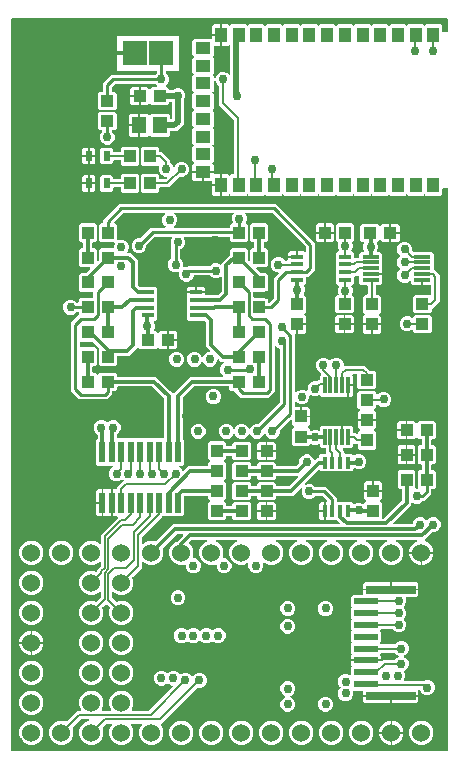
<source format=gbr>
G04 EAGLE Gerber RS-274X export*
G75*
%MOMM*%
%FSLAX34Y34*%
%LPD*%
%INTop Copper*%
%IPPOS*%
%AMOC8*
5,1,8,0,0,1.08239X$1,22.5*%
G01*
G04 Define Apertures*
%ADD10R,1.100000X1.000000*%
%ADD11R,1.000000X1.100000*%
%ADD12R,1.000000X0.450000*%
%ADD13R,0.450000X1.000000*%
%ADD14R,1.422400X0.304800*%
%ADD15C,1.530000*%
%ADD16R,2.000000X0.600000*%
%ADD17R,4.200000X0.700000*%
%ADD18R,0.304800X1.422400*%
%ADD19R,1.164600X1.465300*%
%ADD20R,0.611800X0.911800*%
%ADD21R,2.000000X2.000000*%
%ADD22R,0.550000X1.800000*%
%ADD23R,1.300000X1.000000*%
%ADD24R,1.000000X1.300000*%
%ADD25C,0.304800*%
%ADD26C,0.756400*%
%ADD27C,0.203200*%
%ADD28C,0.200000*%
%ADD29C,0.508000*%
%ADD30C,0.254000*%
%ADD31C,0.300000*%
%ADD32C,0.152400*%
G36*
X371995Y2600D02*
X372245Y2772D01*
X372409Y3027D01*
X372460Y3302D01*
X372460Y478198D01*
X372400Y478495D01*
X372228Y478745D01*
X371973Y478909D01*
X371698Y478960D01*
X368552Y478960D01*
X368255Y478900D01*
X368005Y478728D01*
X367841Y478473D01*
X367790Y478198D01*
X367790Y473948D01*
X366302Y472460D01*
X354198Y472460D01*
X353289Y473369D01*
X353036Y473537D01*
X352738Y473592D01*
X352442Y473527D01*
X352211Y473369D01*
X351302Y472460D01*
X339198Y472460D01*
X338289Y473369D01*
X338036Y473537D01*
X337738Y473592D01*
X337442Y473527D01*
X337211Y473369D01*
X336302Y472460D01*
X324198Y472460D01*
X323289Y473369D01*
X323036Y473537D01*
X322738Y473592D01*
X322442Y473527D01*
X322211Y473369D01*
X321302Y472460D01*
X309198Y472460D01*
X308289Y473369D01*
X308036Y473537D01*
X307738Y473592D01*
X307442Y473527D01*
X307211Y473369D01*
X306302Y472460D01*
X294198Y472460D01*
X293289Y473369D01*
X293036Y473537D01*
X292738Y473592D01*
X292442Y473527D01*
X292211Y473369D01*
X291302Y472460D01*
X279198Y472460D01*
X278289Y473369D01*
X278036Y473537D01*
X277738Y473592D01*
X277442Y473527D01*
X277211Y473369D01*
X276302Y472460D01*
X264198Y472460D01*
X263289Y473369D01*
X263036Y473537D01*
X262738Y473592D01*
X262442Y473527D01*
X262211Y473369D01*
X261302Y472460D01*
X249198Y472460D01*
X248289Y473369D01*
X248036Y473537D01*
X247738Y473592D01*
X247442Y473527D01*
X247211Y473369D01*
X246302Y472460D01*
X234198Y472460D01*
X233289Y473369D01*
X233036Y473537D01*
X232738Y473592D01*
X232442Y473527D01*
X232211Y473369D01*
X231302Y472460D01*
X219198Y472460D01*
X218289Y473369D01*
X218036Y473537D01*
X217738Y473592D01*
X217442Y473527D01*
X217211Y473369D01*
X216302Y472460D01*
X204198Y472460D01*
X203289Y473369D01*
X203036Y473537D01*
X202738Y473592D01*
X202442Y473527D01*
X202211Y473369D01*
X201302Y472460D01*
X189198Y472460D01*
X188289Y473369D01*
X188036Y473537D01*
X187738Y473592D01*
X187442Y473527D01*
X187211Y473369D01*
X186302Y472460D01*
X181012Y472460D01*
X181012Y490540D01*
X186302Y490540D01*
X187211Y489631D01*
X187464Y489463D01*
X187762Y489408D01*
X188058Y489473D01*
X188289Y489631D01*
X189198Y490540D01*
X190538Y490540D01*
X190835Y490600D01*
X191085Y490772D01*
X191249Y491027D01*
X191300Y491302D01*
X191300Y536378D01*
X191240Y536675D01*
X191077Y536917D01*
X178460Y549534D01*
X178460Y565284D01*
X178400Y565581D01*
X178237Y565823D01*
X176640Y567419D01*
X175756Y569554D01*
X175587Y569806D01*
X175332Y569971D01*
X175034Y570024D01*
X174738Y569957D01*
X174492Y569779D01*
X174335Y569520D01*
X174290Y569263D01*
X174290Y561448D01*
X173381Y560539D01*
X173213Y560286D01*
X173158Y559988D01*
X173223Y559692D01*
X173381Y559461D01*
X174290Y558552D01*
X174290Y546448D01*
X173381Y545539D01*
X173213Y545286D01*
X173158Y544988D01*
X173223Y544692D01*
X173381Y544461D01*
X174290Y543552D01*
X174290Y531448D01*
X173381Y530539D01*
X173213Y530286D01*
X173158Y529988D01*
X173223Y529692D01*
X173381Y529461D01*
X174290Y528552D01*
X174290Y516448D01*
X173381Y515539D01*
X173213Y515286D01*
X173158Y514988D01*
X173223Y514692D01*
X173381Y514461D01*
X174290Y513552D01*
X174290Y501448D01*
X173381Y500539D01*
X173213Y500286D01*
X173158Y499988D01*
X173223Y499692D01*
X173381Y499461D01*
X174290Y498552D01*
X174290Y493262D01*
X156210Y493262D01*
X156210Y498552D01*
X157119Y499461D01*
X157287Y499714D01*
X157342Y500012D01*
X157277Y500308D01*
X157119Y500539D01*
X156210Y501448D01*
X156210Y513552D01*
X157119Y514461D01*
X157287Y514714D01*
X157342Y515012D01*
X157277Y515308D01*
X157119Y515539D01*
X156210Y516448D01*
X156210Y528552D01*
X157119Y529461D01*
X157287Y529714D01*
X157342Y530012D01*
X157277Y530308D01*
X157119Y530539D01*
X156210Y531448D01*
X156210Y543552D01*
X157119Y544461D01*
X157287Y544714D01*
X157342Y545012D01*
X157277Y545308D01*
X157119Y545539D01*
X156210Y546448D01*
X156210Y558552D01*
X157119Y559461D01*
X157287Y559714D01*
X157342Y560012D01*
X157277Y560308D01*
X157119Y560539D01*
X156210Y561448D01*
X156210Y573552D01*
X157119Y574461D01*
X157287Y574714D01*
X157342Y575012D01*
X157277Y575308D01*
X157119Y575539D01*
X156210Y576448D01*
X156210Y588552D01*
X157119Y589461D01*
X157287Y589714D01*
X157342Y590012D01*
X157277Y590308D01*
X157119Y590539D01*
X156210Y591448D01*
X156210Y603552D01*
X157698Y605040D01*
X171948Y605040D01*
X172245Y605100D01*
X172495Y605272D01*
X172659Y605527D01*
X172710Y605802D01*
X172710Y607738D01*
X179488Y607738D01*
X179488Y599460D01*
X175052Y599460D01*
X174755Y599400D01*
X174505Y599228D01*
X174341Y598973D01*
X174290Y598698D01*
X174290Y591448D01*
X173381Y590539D01*
X173213Y590286D01*
X173158Y589988D01*
X173223Y589692D01*
X173381Y589461D01*
X174290Y588552D01*
X174290Y576448D01*
X173381Y575539D01*
X173213Y575286D01*
X173158Y574988D01*
X173223Y574692D01*
X173381Y574461D01*
X174290Y573552D01*
X174290Y572737D01*
X174350Y572440D01*
X174522Y572190D01*
X174777Y572027D01*
X175076Y571976D01*
X175371Y572046D01*
X175616Y572225D01*
X175756Y572446D01*
X176640Y574581D01*
X178419Y576360D01*
X180742Y577322D01*
X183258Y577322D01*
X185581Y576360D01*
X186869Y575071D01*
X187122Y574904D01*
X187420Y574848D01*
X187716Y574913D01*
X187964Y575089D01*
X188123Y575347D01*
X188170Y575610D01*
X188170Y599488D01*
X188110Y599786D01*
X187938Y600036D01*
X187683Y600199D01*
X187384Y600250D01*
X187089Y600180D01*
X186869Y600027D01*
X186302Y599460D01*
X181012Y599460D01*
X181012Y617540D01*
X186302Y617540D01*
X187211Y616631D01*
X187464Y616463D01*
X187762Y616408D01*
X188058Y616473D01*
X188289Y616631D01*
X189198Y617540D01*
X201302Y617540D01*
X202211Y616631D01*
X202464Y616463D01*
X202762Y616408D01*
X203058Y616473D01*
X203289Y616631D01*
X204198Y617540D01*
X216302Y617540D01*
X217211Y616631D01*
X217464Y616463D01*
X217762Y616408D01*
X218058Y616473D01*
X218289Y616631D01*
X219198Y617540D01*
X231302Y617540D01*
X232211Y616631D01*
X232464Y616463D01*
X232762Y616408D01*
X233058Y616473D01*
X233289Y616631D01*
X234198Y617540D01*
X246302Y617540D01*
X247211Y616631D01*
X247464Y616463D01*
X247762Y616408D01*
X248058Y616473D01*
X248289Y616631D01*
X249198Y617540D01*
X261302Y617540D01*
X262211Y616631D01*
X262464Y616463D01*
X262762Y616408D01*
X263058Y616473D01*
X263289Y616631D01*
X264198Y617540D01*
X276302Y617540D01*
X277211Y616631D01*
X277464Y616463D01*
X277762Y616408D01*
X278058Y616473D01*
X278289Y616631D01*
X279198Y617540D01*
X291302Y617540D01*
X292211Y616631D01*
X292464Y616463D01*
X292762Y616408D01*
X293058Y616473D01*
X293289Y616631D01*
X294198Y617540D01*
X306302Y617540D01*
X307211Y616631D01*
X307464Y616463D01*
X307762Y616408D01*
X308058Y616473D01*
X308289Y616631D01*
X309198Y617540D01*
X321302Y617540D01*
X322211Y616631D01*
X322464Y616463D01*
X322762Y616408D01*
X323058Y616473D01*
X323289Y616631D01*
X324198Y617540D01*
X336302Y617540D01*
X337211Y616631D01*
X337464Y616463D01*
X337762Y616408D01*
X338058Y616473D01*
X338289Y616631D01*
X339198Y617540D01*
X351302Y617540D01*
X352211Y616631D01*
X352464Y616463D01*
X352762Y616408D01*
X353058Y616473D01*
X353289Y616631D01*
X354198Y617540D01*
X366302Y617540D01*
X367790Y616052D01*
X367790Y611802D01*
X367850Y611505D01*
X368022Y611255D01*
X368277Y611091D01*
X368552Y611040D01*
X371698Y611040D01*
X371995Y611100D01*
X372245Y611272D01*
X372409Y611527D01*
X372460Y611802D01*
X372460Y621698D01*
X372400Y621995D01*
X372228Y622245D01*
X371973Y622409D01*
X371698Y622460D01*
X3302Y622460D01*
X3005Y622400D01*
X2755Y622228D01*
X2591Y621973D01*
X2540Y621698D01*
X2540Y3302D01*
X2600Y3005D01*
X2772Y2755D01*
X3027Y2591D01*
X3302Y2540D01*
X371698Y2540D01*
X371995Y2600D01*
G37*
%LPC*%
G36*
X172710Y609262D02*
X172710Y616052D01*
X174198Y617540D01*
X179488Y617540D01*
X179488Y609262D01*
X172710Y609262D01*
G37*
G36*
X112008Y522134D02*
X112008Y541867D01*
X118121Y541867D01*
X119461Y540526D01*
X119714Y540359D01*
X120012Y540303D01*
X120308Y540368D01*
X120539Y540526D01*
X121879Y541867D01*
X135629Y541867D01*
X137117Y540379D01*
X137117Y537842D01*
X137177Y537545D01*
X137349Y537295D01*
X137604Y537131D01*
X137879Y537080D01*
X138158Y537080D01*
X138455Y537140D01*
X138705Y537312D01*
X138869Y537567D01*
X138920Y537842D01*
X138920Y551158D01*
X138860Y551455D01*
X138688Y551705D01*
X138433Y551869D01*
X138158Y551920D01*
X137302Y551920D01*
X137005Y551860D01*
X136755Y551688D01*
X136591Y551433D01*
X136540Y551158D01*
X136540Y550948D01*
X135052Y549460D01*
X121948Y549460D01*
X120539Y550869D01*
X120286Y551037D01*
X119988Y551092D01*
X119692Y551027D01*
X119461Y550869D01*
X118052Y549460D01*
X112262Y549460D01*
X112262Y564540D01*
X118052Y564540D01*
X119461Y563131D01*
X119714Y562963D01*
X120012Y562908D01*
X120308Y562973D01*
X120539Y563131D01*
X121948Y564540D01*
X125680Y564540D01*
X125977Y564600D01*
X126227Y564772D01*
X126391Y565027D01*
X126441Y565326D01*
X126372Y565621D01*
X126219Y565841D01*
X125093Y566967D01*
X124840Y567134D01*
X124554Y567190D01*
X90894Y567190D01*
X90597Y567130D01*
X90355Y566967D01*
X88033Y564645D01*
X87866Y564392D01*
X87810Y564106D01*
X87810Y560802D01*
X87870Y560505D01*
X88042Y560255D01*
X88297Y560091D01*
X88572Y560040D01*
X90552Y560040D01*
X92040Y558552D01*
X92040Y546448D01*
X90552Y544960D01*
X77448Y544960D01*
X75960Y546448D01*
X75960Y558552D01*
X77448Y560040D01*
X79428Y560040D01*
X79725Y560100D01*
X79975Y560272D01*
X80139Y560527D01*
X80190Y560802D01*
X80190Y567578D01*
X87422Y574810D01*
X124554Y574810D01*
X124851Y574870D01*
X125093Y575033D01*
X125967Y575907D01*
X126134Y576160D01*
X126190Y576446D01*
X126190Y577238D01*
X126130Y577535D01*
X125958Y577785D01*
X125703Y577949D01*
X125428Y578000D01*
X92052Y578000D01*
X92012Y578006D01*
X92009Y578007D01*
X92000Y578062D01*
X92000Y607948D01*
X92006Y607988D01*
X92007Y607991D01*
X92062Y608000D01*
X144948Y608000D01*
X144988Y607994D01*
X144991Y607993D01*
X145000Y607938D01*
X145000Y578052D01*
X144994Y578012D01*
X144993Y578009D01*
X144938Y578000D01*
X134572Y578000D01*
X134275Y577940D01*
X134025Y577768D01*
X133861Y577513D01*
X133810Y577238D01*
X133810Y576446D01*
X133870Y576149D01*
X134033Y575907D01*
X135360Y574581D01*
X136322Y572258D01*
X136322Y569742D01*
X135360Y567419D01*
X133781Y565841D01*
X133614Y565588D01*
X133558Y565290D01*
X133623Y564994D01*
X133799Y564746D01*
X134057Y564587D01*
X134320Y564540D01*
X135052Y564540D01*
X136540Y563052D01*
X136540Y562842D01*
X136600Y562545D01*
X136772Y562295D01*
X137027Y562131D01*
X137302Y562080D01*
X139824Y562080D01*
X140121Y562140D01*
X140363Y562303D01*
X140419Y562360D01*
X142742Y563322D01*
X145258Y563322D01*
X147581Y562360D01*
X149360Y560581D01*
X150322Y558258D01*
X150322Y555742D01*
X149360Y553419D01*
X149303Y553363D01*
X149136Y553110D01*
X149080Y552824D01*
X149080Y532896D01*
X143104Y526920D01*
X137879Y526920D01*
X137582Y526860D01*
X137332Y526688D01*
X137168Y526433D01*
X137117Y526158D01*
X137117Y523621D01*
X135629Y522134D01*
X121879Y522134D01*
X120539Y523474D01*
X120286Y523641D01*
X119988Y523697D01*
X119692Y523632D01*
X119461Y523474D01*
X118121Y522134D01*
X112008Y522134D01*
G37*
G36*
X103460Y557762D02*
X103460Y563052D01*
X104948Y564540D01*
X110738Y564540D01*
X110738Y557762D01*
X103460Y557762D01*
G37*
G36*
X104948Y549460D02*
X103460Y550948D01*
X103460Y556238D01*
X110738Y556238D01*
X110738Y549460D01*
X104948Y549460D01*
G37*
G36*
X82742Y515678D02*
X80419Y516640D01*
X78640Y518419D01*
X77678Y520742D01*
X77678Y523258D01*
X78640Y525581D01*
X79719Y526659D01*
X79886Y526912D01*
X79942Y527210D01*
X79877Y527506D01*
X79701Y527754D01*
X79443Y527913D01*
X79180Y527960D01*
X77448Y527960D01*
X75960Y529448D01*
X75960Y541552D01*
X77448Y543040D01*
X90552Y543040D01*
X92040Y541552D01*
X92040Y529448D01*
X90552Y527960D01*
X88820Y527960D01*
X88523Y527900D01*
X88273Y527728D01*
X88110Y527473D01*
X88059Y527174D01*
X88128Y526879D01*
X88281Y526659D01*
X89360Y525581D01*
X90322Y523258D01*
X90322Y520742D01*
X89360Y518419D01*
X87581Y516640D01*
X85258Y515678D01*
X82742Y515678D01*
G37*
G36*
X102883Y532762D02*
X102883Y540379D01*
X104371Y541867D01*
X110484Y541867D01*
X110484Y532762D01*
X102883Y532762D01*
G37*
G36*
X104371Y522134D02*
X102883Y523621D01*
X102883Y531238D01*
X110484Y531238D01*
X110484Y522134D01*
X104371Y522134D01*
G37*
G36*
X114448Y474960D02*
X112960Y476448D01*
X112960Y489552D01*
X114448Y491040D01*
X126552Y491040D01*
X128040Y489552D01*
X128040Y487302D01*
X128100Y487005D01*
X128272Y486755D01*
X128527Y486591D01*
X128802Y486540D01*
X133218Y486540D01*
X133515Y486600D01*
X133757Y486763D01*
X134371Y487377D01*
X134538Y487630D01*
X134594Y487928D01*
X134529Y488224D01*
X134353Y488472D01*
X134095Y488631D01*
X133832Y488678D01*
X132742Y488678D01*
X130419Y489640D01*
X128640Y491419D01*
X127678Y493742D01*
X127678Y496258D01*
X128212Y497547D01*
X128270Y497844D01*
X128207Y498141D01*
X128034Y498390D01*
X127777Y498551D01*
X127478Y498600D01*
X127183Y498528D01*
X126969Y498377D01*
X126552Y497960D01*
X114448Y497960D01*
X112960Y499448D01*
X112960Y512552D01*
X114448Y514040D01*
X126552Y514040D01*
X128040Y512552D01*
X128040Y510302D01*
X128100Y510005D01*
X128272Y509755D01*
X128527Y509591D01*
X128802Y509540D01*
X130466Y509540D01*
X137540Y502466D01*
X137540Y500716D01*
X137600Y500419D01*
X137763Y500177D01*
X139360Y498581D01*
X139796Y497527D01*
X139966Y497276D01*
X140220Y497110D01*
X140518Y497057D01*
X140814Y497125D01*
X141060Y497302D01*
X141204Y497527D01*
X141640Y498581D01*
X143419Y500360D01*
X145742Y501322D01*
X148258Y501322D01*
X150581Y500360D01*
X152360Y498581D01*
X153322Y496258D01*
X153322Y493742D01*
X152360Y491419D01*
X150581Y489640D01*
X148258Y488678D01*
X146000Y488678D01*
X145703Y488618D01*
X145461Y488455D01*
X136466Y479460D01*
X128802Y479460D01*
X128505Y479400D01*
X128255Y479228D01*
X128091Y478973D01*
X128040Y478698D01*
X128040Y476448D01*
X126552Y474960D01*
X114448Y474960D01*
G37*
G36*
X97448Y497960D02*
X95960Y499448D01*
X95960Y501698D01*
X95900Y501995D01*
X95728Y502245D01*
X95473Y502409D01*
X95198Y502460D01*
X89861Y502460D01*
X89564Y502400D01*
X89314Y502228D01*
X89150Y501973D01*
X89099Y501698D01*
X89099Y500389D01*
X87611Y498901D01*
X79389Y498901D01*
X77901Y500389D01*
X77901Y511611D01*
X79389Y513099D01*
X87611Y513099D01*
X89099Y511611D01*
X89099Y510302D01*
X89159Y510005D01*
X89331Y509755D01*
X89586Y509591D01*
X89861Y509540D01*
X95198Y509540D01*
X95495Y509600D01*
X95745Y509772D01*
X95909Y510027D01*
X95960Y510302D01*
X95960Y512552D01*
X97448Y514040D01*
X109552Y514040D01*
X111040Y512552D01*
X111040Y499448D01*
X109552Y497960D01*
X97448Y497960D01*
G37*
G36*
X62901Y506762D02*
X62901Y511611D01*
X64389Y513099D01*
X67738Y513099D01*
X67738Y506762D01*
X62901Y506762D01*
G37*
G36*
X69262Y506762D02*
X69262Y513099D01*
X72611Y513099D01*
X74099Y511611D01*
X74099Y506762D01*
X69262Y506762D01*
G37*
G36*
X69262Y498901D02*
X69262Y505238D01*
X74099Y505238D01*
X74099Y500389D01*
X72611Y498901D01*
X69262Y498901D01*
G37*
G36*
X64389Y498901D02*
X62901Y500389D01*
X62901Y505238D01*
X67738Y505238D01*
X67738Y498901D01*
X64389Y498901D01*
G37*
G36*
X172710Y482262D02*
X172710Y484198D01*
X172650Y484495D01*
X172478Y484745D01*
X172223Y484909D01*
X171948Y484960D01*
X166012Y484960D01*
X166012Y491738D01*
X174290Y491738D01*
X174290Y491302D01*
X174350Y491005D01*
X174522Y490755D01*
X174777Y490591D01*
X175052Y490540D01*
X179488Y490540D01*
X179488Y482262D01*
X172710Y482262D01*
G37*
G36*
X157698Y484960D02*
X156210Y486448D01*
X156210Y491738D01*
X164488Y491738D01*
X164488Y484960D01*
X157698Y484960D01*
G37*
G36*
X97448Y474960D02*
X95960Y476448D01*
X95960Y478698D01*
X95900Y478995D01*
X95728Y479245D01*
X95473Y479409D01*
X95198Y479460D01*
X89861Y479460D01*
X89564Y479400D01*
X89314Y479228D01*
X89150Y478973D01*
X89099Y478698D01*
X89099Y477389D01*
X87611Y475901D01*
X79389Y475901D01*
X77901Y477389D01*
X77901Y488611D01*
X79389Y490099D01*
X87611Y490099D01*
X89099Y488611D01*
X89099Y487302D01*
X89159Y487005D01*
X89331Y486755D01*
X89586Y486591D01*
X89861Y486540D01*
X95198Y486540D01*
X95495Y486600D01*
X95745Y486772D01*
X95909Y487027D01*
X95960Y487302D01*
X95960Y489552D01*
X97448Y491040D01*
X109552Y491040D01*
X111040Y489552D01*
X111040Y476448D01*
X109552Y474960D01*
X97448Y474960D01*
G37*
G36*
X62901Y483762D02*
X62901Y488611D01*
X64389Y490099D01*
X67738Y490099D01*
X67738Y483762D01*
X62901Y483762D01*
G37*
G36*
X69262Y483762D02*
X69262Y490099D01*
X72611Y490099D01*
X74099Y488611D01*
X74099Y483762D01*
X69262Y483762D01*
G37*
G36*
X69262Y475901D02*
X69262Y482238D01*
X74099Y482238D01*
X74099Y477389D01*
X72611Y475901D01*
X69262Y475901D01*
G37*
G36*
X64389Y475901D02*
X62901Y477389D01*
X62901Y482238D01*
X67738Y482238D01*
X67738Y475901D01*
X64389Y475901D01*
G37*
G36*
X174198Y472460D02*
X172710Y473948D01*
X172710Y480738D01*
X179488Y480738D01*
X179488Y472460D01*
X174198Y472460D01*
G37*
G36*
X68673Y109220D02*
X64928Y110771D01*
X62061Y113638D01*
X60510Y117383D01*
X60510Y121437D01*
X62061Y125182D01*
X64928Y128049D01*
X68673Y129600D01*
X72727Y129600D01*
X74727Y128772D01*
X75024Y128714D01*
X75321Y128776D01*
X75557Y128937D01*
X78427Y131807D01*
X78594Y132059D01*
X78650Y132345D01*
X78650Y136510D01*
X78590Y136807D01*
X78418Y137057D01*
X78163Y137220D01*
X77864Y137271D01*
X77569Y137201D01*
X77349Y137048D01*
X76472Y136171D01*
X72727Y134620D01*
X68673Y134620D01*
X64928Y136171D01*
X62061Y139038D01*
X60510Y142783D01*
X60510Y146837D01*
X62061Y150582D01*
X64928Y153449D01*
X68673Y155000D01*
X72727Y155000D01*
X74548Y154246D01*
X74846Y154188D01*
X75143Y154250D01*
X75392Y154424D01*
X75553Y154681D01*
X75602Y154950D01*
X75602Y155893D01*
X78427Y158718D01*
X78594Y158971D01*
X78650Y159257D01*
X78650Y161910D01*
X78590Y162207D01*
X78418Y162457D01*
X78163Y162620D01*
X77864Y162671D01*
X77569Y162601D01*
X77349Y162448D01*
X76472Y161571D01*
X72727Y160020D01*
X68673Y160020D01*
X64928Y161571D01*
X62061Y164438D01*
X60510Y168183D01*
X60510Y172237D01*
X62061Y175982D01*
X64928Y178849D01*
X68673Y180400D01*
X72727Y180400D01*
X76472Y178849D01*
X77349Y177972D01*
X77602Y177804D01*
X77900Y177749D01*
X78196Y177814D01*
X78444Y177989D01*
X78603Y178247D01*
X78650Y178510D01*
X78650Y185320D01*
X92989Y199659D01*
X93157Y199912D01*
X93213Y200210D01*
X93147Y200506D01*
X92972Y200754D01*
X92714Y200913D01*
X92451Y200960D01*
X88762Y200960D01*
X88762Y224040D01*
X91698Y224040D01*
X91995Y224100D01*
X92245Y224272D01*
X92409Y224527D01*
X92460Y224802D01*
X92460Y225466D01*
X97988Y230994D01*
X98155Y231247D01*
X98211Y231545D01*
X98146Y231841D01*
X97988Y232072D01*
X97539Y232521D01*
X97286Y232688D01*
X96988Y232744D01*
X96692Y232679D01*
X96461Y232521D01*
X95581Y231640D01*
X93258Y230678D01*
X90742Y230678D01*
X88419Y231640D01*
X86640Y233419D01*
X85678Y235742D01*
X85678Y238258D01*
X86640Y240581D01*
X88419Y242360D01*
X88744Y242494D01*
X88995Y242664D01*
X89160Y242918D01*
X89214Y243216D01*
X89146Y243512D01*
X88969Y243758D01*
X88710Y243915D01*
X88452Y243960D01*
X76198Y243960D01*
X74710Y245448D01*
X74710Y265552D01*
X75713Y266555D01*
X75880Y266808D01*
X75936Y267094D01*
X75936Y269917D01*
X75876Y270214D01*
X75704Y270464D01*
X75466Y270621D01*
X75419Y270640D01*
X73640Y272419D01*
X72678Y274742D01*
X72678Y277258D01*
X73640Y279581D01*
X75419Y281360D01*
X77742Y282322D01*
X80258Y282322D01*
X82581Y281360D01*
X83461Y280479D01*
X83714Y280312D01*
X84012Y280256D01*
X84308Y280321D01*
X84539Y280479D01*
X85419Y281360D01*
X87742Y282322D01*
X90258Y282322D01*
X92581Y281360D01*
X94360Y279581D01*
X95322Y277258D01*
X95322Y274742D01*
X94360Y272419D01*
X92581Y270640D01*
X92534Y270621D01*
X92283Y270452D01*
X92117Y270198D01*
X92064Y269917D01*
X92064Y267802D01*
X92124Y267505D01*
X92296Y267255D01*
X92551Y267091D01*
X92826Y267040D01*
X131174Y267040D01*
X131471Y267100D01*
X131721Y267272D01*
X131885Y267527D01*
X131936Y267802D01*
X131936Y301035D01*
X131876Y301332D01*
X131713Y301574D01*
X122550Y310737D01*
X122297Y310904D01*
X122011Y310960D01*
X93302Y310960D01*
X93005Y310900D01*
X92755Y310728D01*
X92591Y310473D01*
X92540Y310198D01*
X92540Y308948D01*
X91052Y307460D01*
X89072Y307460D01*
X88775Y307400D01*
X88525Y307228D01*
X88361Y306973D01*
X88310Y306698D01*
X88310Y304922D01*
X83578Y300190D01*
X60422Y300190D01*
X53190Y307422D01*
X53190Y364578D01*
X59737Y371125D01*
X59904Y371378D01*
X59960Y371664D01*
X59960Y373428D01*
X59900Y373725D01*
X59728Y373975D01*
X59473Y374139D01*
X59198Y374190D01*
X58446Y374190D01*
X58149Y374130D01*
X57907Y373967D01*
X56581Y372640D01*
X54258Y371678D01*
X51742Y371678D01*
X49419Y372640D01*
X47640Y374419D01*
X46678Y376742D01*
X46678Y379258D01*
X47640Y381581D01*
X49419Y383360D01*
X51742Y384322D01*
X54258Y384322D01*
X56581Y383360D01*
X57907Y382033D01*
X58160Y381866D01*
X58446Y381810D01*
X59198Y381810D01*
X59495Y381870D01*
X59745Y382042D01*
X59909Y382297D01*
X59960Y382572D01*
X59960Y384552D01*
X61448Y386040D01*
X71428Y386040D01*
X71725Y386100D01*
X71975Y386272D01*
X72139Y386527D01*
X72190Y386802D01*
X72190Y390198D01*
X72130Y390495D01*
X71958Y390745D01*
X71703Y390909D01*
X71428Y390960D01*
X61448Y390960D01*
X59960Y392448D01*
X59960Y405552D01*
X61448Y407040D01*
X65511Y407040D01*
X65808Y407100D01*
X66050Y407263D01*
X69446Y410659D01*
X69613Y410912D01*
X69669Y411210D01*
X69604Y411506D01*
X69428Y411754D01*
X69170Y411913D01*
X68907Y411960D01*
X61448Y411960D01*
X59960Y413448D01*
X59960Y426552D01*
X61448Y428040D01*
X62698Y428040D01*
X62995Y428100D01*
X63245Y428272D01*
X63409Y428527D01*
X63460Y428802D01*
X63460Y432198D01*
X63400Y432495D01*
X63228Y432745D01*
X62973Y432909D01*
X62698Y432960D01*
X61448Y432960D01*
X59960Y434448D01*
X59960Y447552D01*
X61448Y449040D01*
X73552Y449040D01*
X75040Y447552D01*
X75040Y434448D01*
X73552Y432960D01*
X72302Y432960D01*
X72005Y432900D01*
X71755Y432728D01*
X71591Y432473D01*
X71540Y432198D01*
X71540Y428802D01*
X71600Y428505D01*
X71772Y428255D01*
X72027Y428091D01*
X72302Y428040D01*
X73552Y428040D01*
X75040Y426552D01*
X75040Y418093D01*
X75100Y417796D01*
X75272Y417546D01*
X75527Y417382D01*
X75826Y417331D01*
X76121Y417401D01*
X76341Y417554D01*
X76737Y417950D01*
X76904Y418203D01*
X76960Y418489D01*
X76960Y426552D01*
X78448Y428040D01*
X88916Y428040D01*
X89213Y428100D01*
X89463Y428272D01*
X89627Y428527D01*
X89678Y428802D01*
X89678Y430258D01*
X90361Y431906D01*
X90419Y432204D01*
X90356Y432501D01*
X90183Y432750D01*
X89926Y432911D01*
X89657Y432960D01*
X78448Y432960D01*
X76960Y434448D01*
X76960Y447552D01*
X78448Y449040D01*
X79928Y449040D01*
X80225Y449100D01*
X80475Y449272D01*
X80639Y449527D01*
X80690Y449802D01*
X80690Y452078D01*
X94422Y465810D01*
X226578Y465810D01*
X259810Y432578D01*
X259810Y409422D01*
X254328Y403940D01*
X252802Y403940D01*
X252505Y403880D01*
X252255Y403708D01*
X252091Y403453D01*
X252040Y403178D01*
X252040Y397948D01*
X250811Y396719D01*
X250644Y396467D01*
X250588Y396168D01*
X250646Y395889D01*
X251322Y394258D01*
X251322Y391742D01*
X250432Y389594D01*
X250374Y389296D01*
X250437Y388999D01*
X250610Y388750D01*
X250867Y388589D01*
X251033Y388559D01*
X252540Y387052D01*
X252540Y373948D01*
X251131Y372539D01*
X250963Y372286D01*
X250908Y371988D01*
X250973Y371692D01*
X251131Y371461D01*
X252540Y370052D01*
X252540Y364262D01*
X244238Y364262D01*
X244238Y355460D01*
X243572Y355460D01*
X243275Y355400D01*
X243025Y355228D01*
X242861Y354973D01*
X242810Y354698D01*
X242810Y306590D01*
X242870Y306293D01*
X243042Y306043D01*
X243297Y305880D01*
X243596Y305829D01*
X243891Y305898D01*
X244111Y306051D01*
X245419Y307360D01*
X247742Y308322D01*
X250258Y308322D01*
X252624Y307342D01*
X252922Y307284D01*
X253219Y307346D01*
X253468Y307520D01*
X253629Y307777D01*
X253678Y308046D01*
X253678Y310258D01*
X254640Y312581D01*
X256419Y314360D01*
X258742Y315322D01*
X261000Y315322D01*
X261297Y315382D01*
X261539Y315545D01*
X262534Y316540D01*
X263268Y316540D01*
X263565Y316600D01*
X263815Y316772D01*
X263979Y317027D01*
X264030Y317302D01*
X264030Y320008D01*
X265041Y321019D01*
X265208Y321272D01*
X265264Y321570D01*
X265199Y321866D01*
X265041Y322096D01*
X263659Y323478D01*
X263424Y323635D01*
X261640Y325419D01*
X260678Y327742D01*
X260678Y330258D01*
X261640Y332581D01*
X263419Y334360D01*
X265742Y335322D01*
X268258Y335322D01*
X270581Y334360D01*
X271961Y332979D01*
X272214Y332812D01*
X272512Y332756D01*
X272808Y332821D01*
X273039Y332979D01*
X274419Y334360D01*
X276742Y335322D01*
X279258Y335322D01*
X281581Y334360D01*
X283360Y332581D01*
X284322Y330258D01*
X284322Y329302D01*
X284382Y329005D01*
X284554Y328755D01*
X284809Y328591D01*
X285084Y328540D01*
X302466Y328540D01*
X306743Y324263D01*
X306996Y324096D01*
X307282Y324040D01*
X310552Y324040D01*
X312040Y322552D01*
X312040Y310448D01*
X310552Y308960D01*
X297448Y308960D01*
X295960Y310448D01*
X295960Y320698D01*
X295900Y320995D01*
X295728Y321245D01*
X295473Y321409D01*
X295198Y321460D01*
X292358Y321460D01*
X292061Y321400D01*
X291810Y321228D01*
X291647Y320973D01*
X291596Y320674D01*
X291666Y320379D01*
X291819Y320159D01*
X291970Y320008D01*
X291970Y312606D01*
X287144Y312606D01*
X287144Y302192D01*
X265518Y302192D01*
X264286Y303423D01*
X264034Y303591D01*
X263735Y303647D01*
X263456Y303589D01*
X261258Y302678D01*
X258742Y302678D01*
X256376Y303658D01*
X256078Y303716D01*
X255781Y303654D01*
X255532Y303480D01*
X255371Y303223D01*
X255322Y302954D01*
X255322Y300742D01*
X254360Y298419D01*
X252581Y296640D01*
X250258Y295678D01*
X247742Y295678D01*
X245419Y296640D01*
X244111Y297949D01*
X243858Y298116D01*
X243560Y298172D01*
X243264Y298107D01*
X243016Y297931D01*
X242857Y297673D01*
X242810Y297410D01*
X242810Y294302D01*
X242870Y294005D01*
X243042Y293755D01*
X243297Y293591D01*
X243572Y293540D01*
X247238Y293540D01*
X247238Y284738D01*
X255540Y284738D01*
X255540Y278948D01*
X254131Y277539D01*
X253963Y277286D01*
X253908Y276988D01*
X253973Y276692D01*
X254131Y276461D01*
X255540Y275052D01*
X255540Y274136D01*
X255600Y273839D01*
X255772Y273589D01*
X256027Y273425D01*
X256326Y273374D01*
X256594Y273432D01*
X258742Y274322D01*
X261258Y274322D01*
X262976Y273610D01*
X263274Y273552D01*
X263571Y273615D01*
X263820Y273788D01*
X263981Y274045D01*
X264030Y274314D01*
X264030Y276320D01*
X265518Y277808D01*
X282318Y277808D01*
X282318Y267394D01*
X283842Y267394D01*
X283842Y277808D01*
X290482Y277808D01*
X291970Y276320D01*
X291970Y272458D01*
X292030Y272161D01*
X292202Y271911D01*
X292457Y271747D01*
X292732Y271696D01*
X294310Y271696D01*
X295159Y270847D01*
X295412Y270680D01*
X295710Y270624D01*
X296006Y270689D01*
X296254Y270865D01*
X296413Y271123D01*
X296460Y271386D01*
X296460Y272052D01*
X297869Y273461D01*
X298037Y273714D01*
X298092Y274012D01*
X298027Y274308D01*
X297869Y274539D01*
X296460Y275948D01*
X296460Y281738D01*
X311540Y281738D01*
X311540Y275948D01*
X310131Y274539D01*
X309963Y274286D01*
X309908Y273988D01*
X309973Y273692D01*
X310131Y273461D01*
X311540Y272052D01*
X311540Y258948D01*
X310052Y257460D01*
X297948Y257460D01*
X296460Y258948D01*
X296460Y261198D01*
X296400Y261495D01*
X296228Y261745D01*
X295973Y261909D01*
X295698Y261960D01*
X294034Y261960D01*
X293271Y262723D01*
X293018Y262890D01*
X292720Y262946D01*
X292424Y262881D01*
X292176Y262705D01*
X292017Y262447D01*
X291970Y262184D01*
X291970Y259992D01*
X290482Y258504D01*
X284342Y258504D01*
X284045Y258444D01*
X283795Y258272D01*
X283631Y258017D01*
X283580Y257718D01*
X283650Y257423D01*
X283803Y257203D01*
X284790Y256216D01*
X284790Y254802D01*
X284850Y254505D01*
X285022Y254255D01*
X285277Y254091D01*
X285552Y254040D01*
X291052Y254040D01*
X292424Y252669D01*
X292676Y252501D01*
X292975Y252445D01*
X293254Y252503D01*
X295592Y253472D01*
X298108Y253472D01*
X300431Y252510D01*
X302210Y250731D01*
X303172Y248408D01*
X303172Y245892D01*
X302210Y243569D01*
X300431Y241790D01*
X298108Y240828D01*
X295592Y240828D01*
X293594Y241656D01*
X293296Y241714D01*
X292999Y241651D01*
X292750Y241478D01*
X292589Y241221D01*
X292540Y240952D01*
X292540Y240448D01*
X291052Y238960D01*
X264948Y238960D01*
X263850Y240058D01*
X263597Y240226D01*
X263299Y240282D01*
X263002Y240216D01*
X262772Y240058D01*
X251830Y229117D01*
X251663Y228864D01*
X251607Y228566D01*
X251672Y228269D01*
X251848Y228022D01*
X252106Y227863D01*
X252405Y227817D01*
X252660Y227874D01*
X253742Y228322D01*
X256258Y228322D01*
X258581Y227360D01*
X259907Y226033D01*
X260160Y225866D01*
X260446Y225810D01*
X269578Y225810D01*
X278560Y216828D01*
X278560Y213802D01*
X278620Y213505D01*
X278792Y213255D01*
X279047Y213091D01*
X279322Y213040D01*
X291052Y213040D01*
X292574Y211519D01*
X292826Y211351D01*
X293125Y211295D01*
X293404Y211353D01*
X295742Y212322D01*
X298258Y212322D01*
X300406Y211432D01*
X300704Y211374D01*
X301001Y211437D01*
X301250Y211610D01*
X301411Y211867D01*
X301441Y212033D01*
X302869Y213461D01*
X303037Y213714D01*
X303092Y214012D01*
X303027Y214308D01*
X302869Y214539D01*
X301460Y215948D01*
X301460Y221738D01*
X316540Y221738D01*
X316540Y215948D01*
X315131Y214539D01*
X314963Y214286D01*
X314908Y213988D01*
X314973Y213692D01*
X315131Y213461D01*
X316540Y212052D01*
X316540Y199778D01*
X316600Y199481D01*
X316772Y199231D01*
X317027Y199067D01*
X317302Y199016D01*
X318264Y199016D01*
X318561Y199076D01*
X318802Y199239D01*
X333237Y213674D01*
X333404Y213927D01*
X333460Y214213D01*
X333460Y223198D01*
X333400Y223495D01*
X333228Y223745D01*
X332973Y223909D01*
X332698Y223960D01*
X331448Y223960D01*
X329960Y225448D01*
X329960Y238552D01*
X331448Y240040D01*
X343552Y240040D01*
X345040Y238552D01*
X345040Y225330D01*
X344992Y225072D01*
X345057Y224776D01*
X345232Y224528D01*
X345490Y224369D01*
X345754Y224322D01*
X346246Y224322D01*
X346544Y224382D01*
X346794Y224554D01*
X346957Y224809D01*
X347008Y225108D01*
X346960Y225311D01*
X346960Y238552D01*
X348448Y240040D01*
X349698Y240040D01*
X349995Y240100D01*
X350245Y240272D01*
X350409Y240527D01*
X350460Y240802D01*
X350460Y244198D01*
X350400Y244495D01*
X350228Y244745D01*
X349973Y244909D01*
X349698Y244960D01*
X348448Y244960D01*
X346960Y246448D01*
X346960Y259552D01*
X348448Y261040D01*
X349698Y261040D01*
X349995Y261100D01*
X350245Y261272D01*
X350409Y261527D01*
X350460Y261802D01*
X350460Y265698D01*
X350400Y265995D01*
X350228Y266245D01*
X349973Y266409D01*
X349698Y266460D01*
X347948Y266460D01*
X346539Y267869D01*
X346286Y268037D01*
X345988Y268092D01*
X345692Y268027D01*
X345461Y267869D01*
X344052Y266460D01*
X338262Y266460D01*
X338262Y281540D01*
X344052Y281540D01*
X345461Y280131D01*
X345714Y279963D01*
X346012Y279908D01*
X346308Y279973D01*
X346539Y280131D01*
X347948Y281540D01*
X361052Y281540D01*
X362540Y280052D01*
X362540Y267948D01*
X361052Y266460D01*
X359302Y266460D01*
X359005Y266400D01*
X358755Y266228D01*
X358591Y265973D01*
X358540Y265698D01*
X358540Y261802D01*
X358600Y261505D01*
X358772Y261255D01*
X359027Y261091D01*
X359302Y261040D01*
X360552Y261040D01*
X362040Y259552D01*
X362040Y246448D01*
X360552Y244960D01*
X359302Y244960D01*
X359005Y244900D01*
X358755Y244728D01*
X358591Y244473D01*
X358540Y244198D01*
X358540Y240802D01*
X358600Y240505D01*
X358772Y240255D01*
X359027Y240091D01*
X359302Y240040D01*
X360552Y240040D01*
X362040Y238552D01*
X362040Y225448D01*
X360552Y223960D01*
X359072Y223960D01*
X358775Y223900D01*
X358525Y223728D01*
X358361Y223473D01*
X358310Y223198D01*
X358310Y219922D01*
X352578Y214190D01*
X351446Y214190D01*
X351149Y214130D01*
X350907Y213967D01*
X349581Y212640D01*
X347258Y211678D01*
X344742Y211678D01*
X342594Y212568D01*
X342296Y212626D01*
X341999Y212563D01*
X341750Y212390D01*
X341589Y212133D01*
X341540Y211864D01*
X341540Y210550D01*
X326355Y195365D01*
X326187Y195112D01*
X326132Y194814D01*
X326197Y194518D01*
X326372Y194270D01*
X326630Y194111D01*
X326894Y194064D01*
X341916Y194064D01*
X342213Y194124D01*
X342463Y194296D01*
X342627Y194551D01*
X342678Y194826D01*
X342678Y195258D01*
X343640Y197581D01*
X345419Y199360D01*
X347742Y200322D01*
X350258Y200322D01*
X352581Y199360D01*
X353961Y197979D01*
X354214Y197812D01*
X354512Y197756D01*
X354808Y197821D01*
X355039Y197979D01*
X356419Y199360D01*
X358742Y200322D01*
X361258Y200322D01*
X363581Y199360D01*
X365360Y197581D01*
X366322Y195258D01*
X366322Y192742D01*
X365360Y190419D01*
X363581Y188640D01*
X361258Y187678D01*
X359741Y187678D01*
X359444Y187618D01*
X359202Y187455D01*
X352948Y181200D01*
X352780Y180948D01*
X352725Y180649D01*
X352790Y180353D01*
X352965Y180106D01*
X353195Y179958D01*
X355872Y178849D01*
X358739Y175982D01*
X360290Y172237D01*
X360290Y170972D01*
X339910Y170972D01*
X339910Y172237D01*
X341461Y175982D01*
X344328Y178849D01*
X345828Y179470D01*
X346079Y179640D01*
X346245Y179894D01*
X346298Y180192D01*
X346231Y180488D01*
X346053Y180734D01*
X345794Y180891D01*
X345536Y180936D01*
X329264Y180936D01*
X328967Y180876D01*
X328716Y180704D01*
X328553Y180449D01*
X328502Y180150D01*
X328572Y179855D01*
X328751Y179610D01*
X328972Y179470D01*
X330472Y178849D01*
X333339Y175982D01*
X334890Y172237D01*
X334890Y168183D01*
X333339Y164438D01*
X330472Y161571D01*
X326727Y160020D01*
X322673Y160020D01*
X318928Y161571D01*
X316061Y164438D01*
X314510Y168183D01*
X314510Y172237D01*
X316061Y175982D01*
X318928Y178849D01*
X320428Y179470D01*
X320679Y179640D01*
X320845Y179894D01*
X320898Y180192D01*
X320831Y180488D01*
X320653Y180734D01*
X320394Y180891D01*
X320136Y180936D01*
X303864Y180936D01*
X303567Y180876D01*
X303316Y180704D01*
X303153Y180449D01*
X303102Y180150D01*
X303172Y179855D01*
X303351Y179610D01*
X303572Y179470D01*
X305072Y178849D01*
X307939Y175982D01*
X309490Y172237D01*
X309490Y168183D01*
X307939Y164438D01*
X305072Y161571D01*
X301327Y160020D01*
X297273Y160020D01*
X293528Y161571D01*
X290661Y164438D01*
X289110Y168183D01*
X289110Y172237D01*
X290661Y175982D01*
X293528Y178849D01*
X295028Y179470D01*
X295279Y179640D01*
X295445Y179894D01*
X295498Y180192D01*
X295431Y180488D01*
X295253Y180734D01*
X294994Y180891D01*
X294736Y180936D01*
X278464Y180936D01*
X278167Y180876D01*
X277916Y180704D01*
X277753Y180449D01*
X277702Y180150D01*
X277772Y179855D01*
X277951Y179610D01*
X278172Y179470D01*
X279672Y178849D01*
X282539Y175982D01*
X284090Y172237D01*
X284090Y168183D01*
X282539Y164438D01*
X279672Y161571D01*
X275927Y160020D01*
X271873Y160020D01*
X268128Y161571D01*
X265261Y164438D01*
X263710Y168183D01*
X263710Y172237D01*
X265261Y175982D01*
X268128Y178849D01*
X269628Y179470D01*
X269879Y179640D01*
X270045Y179894D01*
X270098Y180192D01*
X270031Y180488D01*
X269853Y180734D01*
X269594Y180891D01*
X269336Y180936D01*
X253064Y180936D01*
X252767Y180876D01*
X252516Y180704D01*
X252353Y180449D01*
X252302Y180150D01*
X252372Y179855D01*
X252551Y179610D01*
X252772Y179470D01*
X254272Y178849D01*
X257139Y175982D01*
X258690Y172237D01*
X258690Y168183D01*
X257139Y164438D01*
X254272Y161571D01*
X250527Y160020D01*
X246473Y160020D01*
X242728Y161571D01*
X239861Y164438D01*
X238310Y168183D01*
X238310Y172237D01*
X239861Y175982D01*
X242728Y178849D01*
X244228Y179470D01*
X244479Y179640D01*
X244645Y179894D01*
X244698Y180192D01*
X244631Y180488D01*
X244453Y180734D01*
X244194Y180891D01*
X243936Y180936D01*
X227664Y180936D01*
X227367Y180876D01*
X227116Y180704D01*
X226953Y180449D01*
X226902Y180150D01*
X226972Y179855D01*
X227151Y179610D01*
X227372Y179470D01*
X228872Y178849D01*
X231739Y175982D01*
X233290Y172237D01*
X233290Y168183D01*
X231739Y164438D01*
X228872Y161571D01*
X225127Y160020D01*
X221073Y160020D01*
X217243Y161607D01*
X217138Y161676D01*
X216840Y161732D01*
X216543Y161667D01*
X216296Y161491D01*
X216137Y161233D01*
X216091Y160933D01*
X216148Y160678D01*
X216322Y160258D01*
X216322Y157742D01*
X215360Y155419D01*
X213581Y153640D01*
X211258Y152678D01*
X208742Y152678D01*
X206419Y153640D01*
X204640Y155419D01*
X203678Y157742D01*
X203678Y160270D01*
X203732Y160544D01*
X203669Y160841D01*
X203495Y161090D01*
X203239Y161251D01*
X202939Y161300D01*
X202678Y161242D01*
X199727Y160020D01*
X195673Y160020D01*
X191928Y161571D01*
X189061Y164438D01*
X187510Y168183D01*
X187510Y172237D01*
X189061Y175982D01*
X191928Y178849D01*
X193428Y179470D01*
X193679Y179640D01*
X193845Y179894D01*
X193898Y180192D01*
X193831Y180488D01*
X193653Y180734D01*
X193394Y180891D01*
X193136Y180936D01*
X176864Y180936D01*
X176567Y180876D01*
X176316Y180704D01*
X176153Y180449D01*
X176102Y180150D01*
X176172Y179855D01*
X176351Y179610D01*
X176572Y179470D01*
X178072Y178849D01*
X180939Y175982D01*
X182490Y172237D01*
X182490Y168183D01*
X181741Y166376D01*
X181683Y166078D01*
X181746Y165781D01*
X181920Y165532D01*
X182176Y165371D01*
X182445Y165322D01*
X184258Y165322D01*
X186581Y164360D01*
X188360Y162581D01*
X189322Y160258D01*
X189322Y157742D01*
X188360Y155419D01*
X186581Y153640D01*
X184258Y152678D01*
X181742Y152678D01*
X179419Y153640D01*
X177640Y155419D01*
X176678Y157742D01*
X176678Y159853D01*
X176618Y160151D01*
X176446Y160401D01*
X176191Y160564D01*
X175892Y160615D01*
X175624Y160557D01*
X174327Y160020D01*
X170273Y160020D01*
X166528Y161571D01*
X163661Y164438D01*
X162110Y168183D01*
X162110Y172237D01*
X163661Y175982D01*
X166528Y178849D01*
X168028Y179470D01*
X168279Y179640D01*
X168445Y179894D01*
X168498Y180192D01*
X168431Y180488D01*
X168253Y180734D01*
X167994Y180891D01*
X167736Y180936D01*
X155999Y180936D01*
X155702Y180876D01*
X155460Y180713D01*
X153673Y178926D01*
X153505Y178673D01*
X153450Y178375D01*
X153515Y178078D01*
X153673Y177848D01*
X155539Y175982D01*
X157090Y172237D01*
X157090Y168183D01*
X156341Y166376D01*
X156283Y166078D01*
X156346Y165781D01*
X156520Y165532D01*
X156776Y165371D01*
X157045Y165322D01*
X158258Y165322D01*
X160581Y164360D01*
X162360Y162581D01*
X163322Y160258D01*
X163322Y157742D01*
X162360Y155419D01*
X160581Y153640D01*
X158258Y152678D01*
X155742Y152678D01*
X153419Y153640D01*
X151640Y155419D01*
X150678Y157742D01*
X150678Y159605D01*
X150618Y159902D01*
X150446Y160152D01*
X150191Y160316D01*
X149892Y160367D01*
X149624Y160309D01*
X148927Y160020D01*
X144873Y160020D01*
X141128Y161571D01*
X138261Y164438D01*
X136710Y168183D01*
X136710Y172237D01*
X138261Y175982D01*
X141128Y178849D01*
X142650Y179479D01*
X142897Y179644D01*
X147888Y184635D01*
X148055Y184888D01*
X148111Y185186D01*
X148046Y185482D01*
X147870Y185730D01*
X147612Y185889D01*
X147349Y185936D01*
X143289Y185936D01*
X142992Y185876D01*
X142750Y185713D01*
X131342Y174305D01*
X131175Y174052D01*
X131119Y173754D01*
X131177Y173475D01*
X131690Y172237D01*
X131690Y168183D01*
X130139Y164438D01*
X127272Y161571D01*
X123527Y160020D01*
X119473Y160020D01*
X115728Y161571D01*
X114603Y162696D01*
X114350Y162864D01*
X114052Y162919D01*
X113756Y162854D01*
X113508Y162679D01*
X113349Y162421D01*
X113302Y162158D01*
X113302Y157342D01*
X105627Y149667D01*
X105459Y149414D01*
X105404Y149116D01*
X105462Y148837D01*
X106290Y146837D01*
X106290Y142783D01*
X104739Y139038D01*
X101872Y136171D01*
X98127Y134620D01*
X94073Y134620D01*
X90328Y136171D01*
X89603Y136896D01*
X89350Y137064D01*
X89052Y137119D01*
X88756Y137054D01*
X88508Y136879D01*
X88349Y136621D01*
X88302Y136358D01*
X88302Y132193D01*
X88362Y131896D01*
X88525Y131655D01*
X91243Y128937D01*
X91496Y128769D01*
X91794Y128714D01*
X92073Y128772D01*
X94073Y129600D01*
X98127Y129600D01*
X101872Y128049D01*
X104739Y125182D01*
X106290Y121437D01*
X106290Y117383D01*
X104739Y113638D01*
X101872Y110771D01*
X98127Y109220D01*
X94073Y109220D01*
X90328Y110771D01*
X87461Y113638D01*
X85910Y117383D01*
X85910Y121437D01*
X86738Y123437D01*
X86796Y123734D01*
X86734Y124031D01*
X86573Y124267D01*
X83939Y126901D01*
X83686Y127069D01*
X83388Y127125D01*
X83092Y127059D01*
X82861Y126901D01*
X80227Y124267D01*
X80059Y124014D01*
X80004Y123716D01*
X80062Y123437D01*
X80890Y121437D01*
X80890Y117383D01*
X79339Y113638D01*
X76472Y110771D01*
X72727Y109220D01*
X68673Y109220D01*
G37*
G36*
X269262Y441762D02*
X269262Y449040D01*
X274552Y449040D01*
X276040Y447552D01*
X276040Y441762D01*
X269262Y441762D01*
G37*
G36*
X260960Y441762D02*
X260960Y447552D01*
X262448Y449040D01*
X267738Y449040D01*
X267738Y441762D01*
X260960Y441762D01*
G37*
G36*
X300460Y364262D02*
X300460Y370052D01*
X301869Y371461D01*
X302037Y371714D01*
X302092Y372012D01*
X302027Y372308D01*
X301869Y372539D01*
X300460Y373948D01*
X300460Y387052D01*
X301948Y388540D01*
X303698Y388540D01*
X303995Y388600D01*
X304245Y388772D01*
X304409Y389027D01*
X304460Y389302D01*
X304460Y396268D01*
X304400Y396565D01*
X304228Y396815D01*
X303973Y396979D01*
X303698Y397030D01*
X298992Y397030D01*
X297504Y398518D01*
X297504Y404658D01*
X297444Y404955D01*
X297272Y405205D01*
X297017Y405369D01*
X296718Y405420D01*
X296423Y405350D01*
X296203Y405197D01*
X295216Y404210D01*
X293802Y404210D01*
X293505Y404150D01*
X293255Y403978D01*
X293091Y403723D01*
X293040Y403448D01*
X293040Y397948D01*
X291531Y396439D01*
X291339Y396400D01*
X291089Y396228D01*
X290925Y395973D01*
X290874Y395674D01*
X290932Y395406D01*
X291822Y393258D01*
X291822Y390742D01*
X291139Y389094D01*
X291081Y388796D01*
X291144Y388499D01*
X291317Y388250D01*
X291383Y388209D01*
X293040Y386552D01*
X293040Y374448D01*
X291552Y372960D01*
X278448Y372960D01*
X276960Y374448D01*
X276960Y386552D01*
X278448Y388040D01*
X279157Y388040D01*
X279454Y388100D01*
X279704Y388272D01*
X279868Y388527D01*
X279919Y388826D01*
X279861Y389094D01*
X279178Y390742D01*
X279178Y393258D01*
X280068Y395406D01*
X280126Y395704D01*
X280063Y396001D01*
X279890Y396250D01*
X279633Y396411D01*
X279467Y396441D01*
X277960Y397948D01*
X277960Y424052D01*
X279469Y425561D01*
X279661Y425600D01*
X279911Y425772D01*
X280075Y426027D01*
X280126Y426326D01*
X280068Y426594D01*
X279178Y428742D01*
X279178Y431258D01*
X279561Y432182D01*
X279619Y432480D01*
X279556Y432776D01*
X279396Y433012D01*
X277960Y434448D01*
X277960Y447552D01*
X279448Y449040D01*
X291552Y449040D01*
X293040Y447552D01*
X293040Y434448D01*
X291604Y433012D01*
X291437Y432759D01*
X291381Y432461D01*
X291439Y432182D01*
X291822Y431258D01*
X291822Y428742D01*
X290932Y426594D01*
X290874Y426296D01*
X290937Y425999D01*
X291110Y425750D01*
X291367Y425589D01*
X291533Y425559D01*
X293040Y424052D01*
X293040Y420382D01*
X293100Y420085D01*
X293272Y419835D01*
X293527Y419671D01*
X293802Y419620D01*
X296742Y419620D01*
X297039Y419680D01*
X297289Y419852D01*
X297453Y420107D01*
X297504Y420382D01*
X297504Y423482D01*
X298992Y424970D01*
X300686Y424970D01*
X300983Y425030D01*
X301233Y425202D01*
X301397Y425457D01*
X301448Y425756D01*
X301390Y426024D01*
X300678Y427742D01*
X300678Y430258D01*
X301568Y432406D01*
X301626Y432704D01*
X301563Y433001D01*
X301390Y433250D01*
X301133Y433411D01*
X300864Y433460D01*
X299948Y433460D01*
X298460Y434948D01*
X298460Y447052D01*
X299948Y448540D01*
X313052Y448540D01*
X314461Y447131D01*
X314714Y446963D01*
X315012Y446908D01*
X315308Y446973D01*
X315539Y447131D01*
X316948Y448540D01*
X322738Y448540D01*
X322738Y433460D01*
X316948Y433460D01*
X315539Y434869D01*
X315286Y435037D01*
X314988Y435092D01*
X314692Y435027D01*
X314461Y434869D01*
X313031Y433439D01*
X312839Y433400D01*
X312589Y433228D01*
X312425Y432973D01*
X312374Y432674D01*
X312432Y432406D01*
X313322Y430258D01*
X313322Y427742D01*
X312610Y426024D01*
X312552Y425726D01*
X312615Y425429D01*
X312788Y425180D01*
X313045Y425019D01*
X313314Y424970D01*
X315320Y424970D01*
X316808Y423482D01*
X316808Y406682D01*
X306394Y406682D01*
X306394Y405158D01*
X316808Y405158D01*
X316808Y398518D01*
X315320Y397030D01*
X312302Y397030D01*
X312005Y396970D01*
X311755Y396798D01*
X311591Y396543D01*
X311540Y396268D01*
X311540Y389302D01*
X311600Y389005D01*
X311772Y388755D01*
X312027Y388591D01*
X312302Y388540D01*
X314052Y388540D01*
X315540Y387052D01*
X315540Y373948D01*
X314131Y372539D01*
X313963Y372286D01*
X313908Y371988D01*
X313973Y371692D01*
X314131Y371461D01*
X315540Y370052D01*
X315540Y364262D01*
X300460Y364262D01*
G37*
G36*
X324262Y441762D02*
X324262Y448540D01*
X330052Y448540D01*
X331540Y447052D01*
X331540Y441762D01*
X324262Y441762D01*
G37*
G36*
X262448Y432960D02*
X260960Y434448D01*
X260960Y440238D01*
X267738Y440238D01*
X267738Y432960D01*
X262448Y432960D01*
G37*
G36*
X269262Y432960D02*
X269262Y440238D01*
X276040Y440238D01*
X276040Y434448D01*
X274552Y432960D01*
X269262Y432960D01*
G37*
G36*
X324262Y433460D02*
X324262Y440238D01*
X331540Y440238D01*
X331540Y434948D01*
X330052Y433460D01*
X324262Y433460D01*
G37*
G36*
X344448Y372960D02*
X342960Y374448D01*
X342960Y386552D01*
X344448Y388040D01*
X357698Y388040D01*
X357995Y388100D01*
X358245Y388272D01*
X358409Y388527D01*
X358460Y388802D01*
X358460Y396268D01*
X358400Y396565D01*
X358228Y396815D01*
X357973Y396979D01*
X357698Y397030D01*
X351606Y397030D01*
X351606Y401856D01*
X350082Y401856D01*
X350082Y397030D01*
X342680Y397030D01*
X341192Y398518D01*
X341192Y399412D01*
X341132Y399709D01*
X340960Y399959D01*
X340705Y400123D01*
X340406Y400173D01*
X340111Y400104D01*
X339891Y399951D01*
X339581Y399640D01*
X337258Y398678D01*
X334742Y398678D01*
X332419Y399640D01*
X330640Y401419D01*
X329678Y403742D01*
X329678Y406258D01*
X330640Y408581D01*
X332021Y409961D01*
X332188Y410214D01*
X332244Y410512D01*
X332179Y410808D01*
X332021Y411039D01*
X330640Y412419D01*
X329678Y414742D01*
X329678Y417258D01*
X330640Y419581D01*
X332021Y420961D01*
X332188Y421214D01*
X332244Y421512D01*
X332179Y421808D01*
X332021Y422039D01*
X330640Y423419D01*
X329678Y425742D01*
X329678Y428258D01*
X330640Y430581D01*
X332419Y432360D01*
X334742Y433322D01*
X337258Y433322D01*
X339581Y432360D01*
X341360Y430581D01*
X342322Y428258D01*
X342322Y426000D01*
X342382Y425703D01*
X342545Y425461D01*
X342813Y425193D01*
X343066Y425026D01*
X343352Y424970D01*
X359008Y424970D01*
X360496Y423482D01*
X360496Y410222D01*
X360556Y409925D01*
X360728Y409675D01*
X360983Y409511D01*
X361258Y409460D01*
X361546Y409460D01*
X365540Y405466D01*
X365540Y382534D01*
X359966Y376960D01*
X359802Y376960D01*
X359505Y376900D01*
X359255Y376728D01*
X359091Y376473D01*
X359040Y376198D01*
X359040Y374448D01*
X357552Y372960D01*
X344448Y372960D01*
G37*
G36*
X285762Y364262D02*
X285762Y371040D01*
X291552Y371040D01*
X293040Y369552D01*
X293040Y364262D01*
X285762Y364262D01*
G37*
G36*
X276960Y364262D02*
X276960Y369552D01*
X278448Y371040D01*
X284238Y371040D01*
X284238Y364262D01*
X276960Y364262D01*
G37*
G36*
X344448Y355960D02*
X342960Y357448D01*
X342960Y358180D01*
X342900Y358477D01*
X342728Y358727D01*
X342473Y358891D01*
X342174Y358941D01*
X341879Y358872D01*
X341659Y358719D01*
X341581Y358640D01*
X339258Y357678D01*
X336742Y357678D01*
X334419Y358640D01*
X332640Y360419D01*
X331678Y362742D01*
X331678Y365258D01*
X332640Y367581D01*
X334419Y369360D01*
X336742Y370322D01*
X339258Y370322D01*
X341581Y369360D01*
X341659Y369281D01*
X341912Y369114D01*
X342210Y369058D01*
X342506Y369123D01*
X342754Y369299D01*
X342829Y369422D01*
X344448Y371040D01*
X357552Y371040D01*
X359040Y369552D01*
X359040Y357448D01*
X357552Y355960D01*
X344448Y355960D01*
G37*
G36*
X301948Y355460D02*
X300460Y356948D01*
X300460Y362738D01*
X307238Y362738D01*
X307238Y355460D01*
X301948Y355460D01*
G37*
G36*
X285762Y355960D02*
X285762Y362738D01*
X293040Y362738D01*
X293040Y357448D01*
X291552Y355960D01*
X285762Y355960D01*
G37*
G36*
X308762Y355460D02*
X308762Y362738D01*
X315540Y362738D01*
X315540Y356948D01*
X314052Y355460D01*
X308762Y355460D01*
G37*
G36*
X278448Y355960D02*
X276960Y357448D01*
X276960Y362738D01*
X284238Y362738D01*
X284238Y355960D01*
X278448Y355960D01*
G37*
G36*
X245762Y355460D02*
X245762Y362738D01*
X252540Y362738D01*
X252540Y356948D01*
X251052Y355460D01*
X245762Y355460D01*
G37*
G36*
X288668Y302192D02*
X288668Y311082D01*
X291970Y311082D01*
X291970Y303680D01*
X290482Y302192D01*
X288668Y302192D01*
G37*
G36*
X296460Y283262D02*
X296460Y289052D01*
X298067Y290659D01*
X298235Y290912D01*
X298290Y291210D01*
X298225Y291506D01*
X298050Y291754D01*
X297792Y291913D01*
X297528Y291960D01*
X297448Y291960D01*
X295960Y293448D01*
X295960Y305552D01*
X297448Y307040D01*
X310552Y307040D01*
X312040Y305552D01*
X312040Y304820D01*
X312100Y304523D01*
X312272Y304273D01*
X312527Y304110D01*
X312826Y304059D01*
X313121Y304128D01*
X313341Y304281D01*
X314419Y305360D01*
X316742Y306322D01*
X319258Y306322D01*
X321581Y305360D01*
X323360Y303581D01*
X324322Y301258D01*
X324322Y298742D01*
X323360Y296419D01*
X321581Y294640D01*
X319258Y293678D01*
X316742Y293678D01*
X314419Y294640D01*
X313341Y295719D01*
X313088Y295886D01*
X312790Y295942D01*
X312494Y295877D01*
X312246Y295701D01*
X312087Y295443D01*
X312040Y295180D01*
X312040Y293448D01*
X310552Y291960D01*
X310472Y291960D01*
X310175Y291900D01*
X309924Y291728D01*
X309761Y291473D01*
X309710Y291174D01*
X309780Y290879D01*
X309933Y290659D01*
X311540Y289052D01*
X311540Y283262D01*
X296460Y283262D01*
G37*
G36*
X248762Y286262D02*
X248762Y293540D01*
X254052Y293540D01*
X255540Y292052D01*
X255540Y286262D01*
X248762Y286262D01*
G37*
G36*
X329460Y274762D02*
X329460Y280052D01*
X330948Y281540D01*
X336738Y281540D01*
X336738Y274762D01*
X329460Y274762D01*
G37*
G36*
X330948Y266460D02*
X329460Y267948D01*
X329460Y273238D01*
X336738Y273238D01*
X336738Y266460D01*
X330948Y266460D01*
G37*
G36*
X329960Y253762D02*
X329960Y259552D01*
X331448Y261040D01*
X336738Y261040D01*
X336738Y253762D01*
X329960Y253762D01*
G37*
G36*
X338262Y253762D02*
X338262Y261040D01*
X343552Y261040D01*
X345040Y259552D01*
X345040Y253762D01*
X338262Y253762D01*
G37*
G36*
X331448Y244960D02*
X329960Y246448D01*
X329960Y252238D01*
X336738Y252238D01*
X336738Y244960D01*
X331448Y244960D01*
G37*
G36*
X338262Y244960D02*
X338262Y252238D01*
X345040Y252238D01*
X345040Y246448D01*
X343552Y244960D01*
X338262Y244960D01*
G37*
G36*
X309762Y223262D02*
X309762Y230540D01*
X315052Y230540D01*
X316540Y229052D01*
X316540Y223262D01*
X309762Y223262D01*
G37*
G36*
X301460Y223262D02*
X301460Y229052D01*
X302948Y230540D01*
X308238Y230540D01*
X308238Y223262D01*
X301460Y223262D01*
G37*
G36*
X74710Y213262D02*
X74710Y222552D01*
X76198Y224040D01*
X79238Y224040D01*
X79238Y213262D01*
X74710Y213262D01*
G37*
G36*
X80762Y200960D02*
X80762Y224040D01*
X87238Y224040D01*
X87238Y200960D01*
X80762Y200960D01*
G37*
G36*
X76198Y200960D02*
X74710Y202448D01*
X74710Y211738D01*
X79238Y211738D01*
X79238Y200960D01*
X76198Y200960D01*
G37*
G36*
X43273Y160020D02*
X39528Y161571D01*
X36661Y164438D01*
X35110Y168183D01*
X35110Y172237D01*
X36661Y175982D01*
X39528Y178849D01*
X43273Y180400D01*
X47327Y180400D01*
X51072Y178849D01*
X53939Y175982D01*
X55490Y172237D01*
X55490Y168183D01*
X53939Y164438D01*
X51072Y161571D01*
X47327Y160020D01*
X43273Y160020D01*
G37*
G36*
X17873Y160020D02*
X14128Y161571D01*
X11261Y164438D01*
X9710Y168183D01*
X9710Y172237D01*
X11261Y175982D01*
X14128Y178849D01*
X17873Y180400D01*
X21927Y180400D01*
X25672Y178849D01*
X28539Y175982D01*
X30090Y172237D01*
X30090Y168183D01*
X28539Y164438D01*
X25672Y161571D01*
X21927Y160020D01*
X17873Y160020D01*
G37*
G36*
X348073Y160020D02*
X344328Y161571D01*
X341461Y164438D01*
X339910Y168183D01*
X339910Y169448D01*
X349338Y169448D01*
X349338Y160020D01*
X348073Y160020D01*
G37*
G36*
X350862Y160020D02*
X350862Y169448D01*
X360290Y169448D01*
X360290Y168183D01*
X358739Y164438D01*
X355872Y161571D01*
X352127Y160020D01*
X350862Y160020D01*
G37*
G36*
X17873Y134620D02*
X14128Y136171D01*
X11261Y139038D01*
X9710Y142783D01*
X9710Y146837D01*
X11261Y150582D01*
X14128Y153449D01*
X17873Y155000D01*
X21927Y155000D01*
X25672Y153449D01*
X28539Y150582D01*
X30090Y146837D01*
X30090Y142783D01*
X28539Y139038D01*
X25672Y136171D01*
X21927Y134620D01*
X17873Y134620D01*
G37*
G36*
X300460Y139772D02*
X300460Y143562D01*
X301948Y145050D01*
X323238Y145050D01*
X323238Y139772D01*
X300460Y139772D01*
G37*
G36*
X324762Y139772D02*
X324762Y145050D01*
X346052Y145050D01*
X347540Y143562D01*
X347540Y139772D01*
X324762Y139772D01*
G37*
G36*
X142742Y125678D02*
X140419Y126640D01*
X138640Y128419D01*
X137678Y130742D01*
X137678Y133258D01*
X138640Y135581D01*
X140419Y137360D01*
X142742Y138322D01*
X145258Y138322D01*
X147581Y137360D01*
X149360Y135581D01*
X150322Y133258D01*
X150322Y130742D01*
X149360Y128419D01*
X147581Y126640D01*
X145258Y125678D01*
X142742Y125678D01*
G37*
G36*
X284742Y44678D02*
X282419Y45640D01*
X280640Y47419D01*
X279678Y49742D01*
X279678Y52258D01*
X280640Y54581D01*
X281521Y55461D01*
X281688Y55714D01*
X281744Y56012D01*
X281679Y56308D01*
X281521Y56539D01*
X280640Y57419D01*
X279678Y59742D01*
X279678Y62258D01*
X280640Y64581D01*
X282419Y66360D01*
X284742Y67322D01*
X287258Y67322D01*
X289406Y66432D01*
X289704Y66374D01*
X290001Y66437D01*
X290250Y66610D01*
X290411Y66867D01*
X290460Y67136D01*
X290460Y73062D01*
X290869Y73471D01*
X291037Y73724D01*
X291092Y74022D01*
X291027Y74318D01*
X290869Y74549D01*
X290460Y74958D01*
X290460Y78248D01*
X315921Y78248D01*
X315921Y78743D01*
X316027Y78675D01*
X316326Y78624D01*
X316621Y78694D01*
X316841Y78847D01*
X317534Y79540D01*
X327284Y79540D01*
X327581Y79600D01*
X327823Y79763D01*
X329419Y81360D01*
X330473Y81796D01*
X330724Y81966D01*
X330890Y82220D01*
X330943Y82518D01*
X330875Y82814D01*
X330698Y83060D01*
X330473Y83204D01*
X329419Y83640D01*
X327813Y85247D01*
X327560Y85414D01*
X327274Y85470D01*
X316302Y85470D01*
X316005Y85410D01*
X315755Y85238D01*
X315638Y85056D01*
X315131Y84549D01*
X314963Y84296D01*
X314908Y83998D01*
X314973Y83702D01*
X315131Y83471D01*
X315540Y83062D01*
X315540Y79772D01*
X290460Y79772D01*
X290460Y83062D01*
X290869Y83471D01*
X291037Y83724D01*
X291092Y84022D01*
X291027Y84318D01*
X290869Y84549D01*
X290460Y84958D01*
X290460Y93062D01*
X290869Y93471D01*
X291037Y93724D01*
X291092Y94022D01*
X291027Y94318D01*
X290869Y94549D01*
X290460Y94958D01*
X290460Y103062D01*
X290869Y103471D01*
X291037Y103724D01*
X291092Y104022D01*
X291027Y104318D01*
X290869Y104549D01*
X290460Y104958D01*
X290460Y113062D01*
X290869Y113471D01*
X291037Y113724D01*
X291092Y114022D01*
X291027Y114318D01*
X290869Y114549D01*
X290460Y114958D01*
X290460Y123062D01*
X290869Y123471D01*
X291037Y123724D01*
X291092Y124022D01*
X291027Y124318D01*
X290869Y124549D01*
X290460Y124958D01*
X290460Y133062D01*
X291948Y134550D01*
X299698Y134550D01*
X299995Y134610D01*
X300245Y134782D01*
X300409Y135037D01*
X300460Y135312D01*
X300460Y138248D01*
X347540Y138248D01*
X347540Y134458D01*
X346052Y132970D01*
X337522Y132970D01*
X337225Y132910D01*
X336975Y132738D01*
X336811Y132483D01*
X336760Y132184D01*
X336818Y131916D01*
X337322Y130700D01*
X337322Y128184D01*
X336360Y125861D01*
X335258Y124760D01*
X335091Y124507D01*
X335035Y124209D01*
X335100Y123913D01*
X335258Y123682D01*
X336360Y122581D01*
X337322Y120258D01*
X337322Y117742D01*
X336360Y115419D01*
X335479Y114539D01*
X335312Y114286D01*
X335256Y113988D01*
X335321Y113692D01*
X335479Y113461D01*
X336360Y112581D01*
X337322Y110258D01*
X337322Y107742D01*
X336360Y105419D01*
X334581Y103640D01*
X332258Y102678D01*
X329742Y102678D01*
X327419Y103640D01*
X325813Y105247D01*
X325560Y105414D01*
X325274Y105470D01*
X316302Y105470D01*
X316005Y105410D01*
X315755Y105238D01*
X315638Y105056D01*
X315131Y104549D01*
X314963Y104296D01*
X314908Y103998D01*
X314973Y103702D01*
X315131Y103471D01*
X315540Y103062D01*
X315540Y94958D01*
X315131Y94549D01*
X314963Y94296D01*
X314908Y93998D01*
X314973Y93702D01*
X315131Y93471D01*
X315629Y92973D01*
X315772Y92765D01*
X316027Y92601D01*
X316302Y92550D01*
X327294Y92550D01*
X327591Y92610D01*
X327833Y92773D01*
X329419Y94360D01*
X331742Y95322D01*
X334258Y95322D01*
X336581Y94360D01*
X338360Y92581D01*
X339322Y90258D01*
X339322Y87742D01*
X338360Y85419D01*
X336581Y83640D01*
X335527Y83204D01*
X335276Y83035D01*
X335110Y82780D01*
X335057Y82482D01*
X335125Y82186D01*
X335302Y81940D01*
X335527Y81796D01*
X336581Y81360D01*
X338360Y79581D01*
X339322Y77258D01*
X339322Y74742D01*
X338360Y72419D01*
X336581Y70640D01*
X335868Y70345D01*
X335616Y70176D01*
X335451Y69921D01*
X335398Y69623D01*
X335456Y69349D01*
X336322Y67258D01*
X336322Y64742D01*
X335432Y62594D01*
X335374Y62296D01*
X335437Y61999D01*
X335610Y61750D01*
X335867Y61589D01*
X336136Y61540D01*
X351703Y61540D01*
X351995Y61598D01*
X353742Y62322D01*
X356258Y62322D01*
X358581Y61360D01*
X360360Y59581D01*
X361322Y57258D01*
X361322Y54742D01*
X360360Y52419D01*
X358581Y50640D01*
X356258Y49678D01*
X353742Y49678D01*
X351419Y50640D01*
X349640Y52419D01*
X349006Y53951D01*
X348837Y54202D01*
X348582Y54368D01*
X348284Y54421D01*
X347988Y54353D01*
X347742Y54176D01*
X347585Y53917D01*
X347540Y53659D01*
X347540Y49772D01*
X300460Y49772D01*
X300460Y52708D01*
X300400Y53005D01*
X300228Y53255D01*
X299973Y53419D01*
X299698Y53470D01*
X292960Y53470D01*
X292663Y53410D01*
X292413Y53238D01*
X292249Y52983D01*
X292199Y52684D01*
X292256Y52416D01*
X292322Y52258D01*
X292322Y49742D01*
X291360Y47419D01*
X289581Y45640D01*
X287258Y44678D01*
X284742Y44678D01*
G37*
G36*
X17873Y109220D02*
X14128Y110771D01*
X11261Y113638D01*
X9710Y117383D01*
X9710Y121437D01*
X11261Y125182D01*
X14128Y128049D01*
X17873Y129600D01*
X21927Y129600D01*
X25672Y128049D01*
X28539Y125182D01*
X30090Y121437D01*
X30090Y117383D01*
X28539Y113638D01*
X25672Y110771D01*
X21927Y109220D01*
X17873Y109220D01*
G37*
G36*
X267742Y116678D02*
X265419Y117640D01*
X263640Y119419D01*
X262678Y121742D01*
X262678Y124258D01*
X263640Y126581D01*
X265419Y128360D01*
X267742Y129322D01*
X270258Y129322D01*
X272581Y128360D01*
X274360Y126581D01*
X275322Y124258D01*
X275322Y121742D01*
X274360Y119419D01*
X272581Y117640D01*
X270258Y116678D01*
X267742Y116678D01*
G37*
G36*
X235742Y116678D02*
X233419Y117640D01*
X231640Y119419D01*
X230678Y121742D01*
X230678Y124258D01*
X231640Y126581D01*
X233419Y128360D01*
X235742Y129322D01*
X238258Y129322D01*
X240581Y128360D01*
X242360Y126581D01*
X243322Y124258D01*
X243322Y121742D01*
X242360Y119419D01*
X240581Y117640D01*
X238258Y116678D01*
X235742Y116678D01*
G37*
G36*
X235742Y101678D02*
X233419Y102640D01*
X231640Y104419D01*
X230678Y106742D01*
X230678Y109258D01*
X231640Y111581D01*
X233419Y113360D01*
X235742Y114322D01*
X238258Y114322D01*
X240581Y113360D01*
X242360Y111581D01*
X243322Y109258D01*
X243322Y106742D01*
X242360Y104419D01*
X240581Y102640D01*
X238258Y101678D01*
X235742Y101678D01*
G37*
G36*
X145742Y93678D02*
X143419Y94640D01*
X141640Y96419D01*
X140678Y98742D01*
X140678Y101258D01*
X141640Y103581D01*
X143419Y105360D01*
X145742Y106322D01*
X148258Y106322D01*
X150581Y105360D01*
X151461Y104479D01*
X151714Y104312D01*
X152012Y104256D01*
X152308Y104321D01*
X152539Y104479D01*
X153419Y105360D01*
X155742Y106322D01*
X158258Y106322D01*
X160581Y105360D01*
X161961Y103979D01*
X162214Y103812D01*
X162512Y103756D01*
X162808Y103821D01*
X163039Y103979D01*
X164419Y105360D01*
X166742Y106322D01*
X169258Y106322D01*
X171581Y105360D01*
X172461Y104479D01*
X172714Y104312D01*
X173012Y104256D01*
X173308Y104321D01*
X173539Y104479D01*
X174419Y105360D01*
X176742Y106322D01*
X179258Y106322D01*
X181581Y105360D01*
X183360Y103581D01*
X184322Y101258D01*
X184322Y98742D01*
X183360Y96419D01*
X181581Y94640D01*
X179258Y93678D01*
X176742Y93678D01*
X174419Y94640D01*
X173539Y95521D01*
X173286Y95688D01*
X172988Y95744D01*
X172692Y95679D01*
X172461Y95521D01*
X171581Y94640D01*
X169258Y93678D01*
X166742Y93678D01*
X164419Y94640D01*
X163039Y96021D01*
X162786Y96188D01*
X162488Y96244D01*
X162192Y96179D01*
X161961Y96021D01*
X160581Y94640D01*
X158258Y93678D01*
X155742Y93678D01*
X153419Y94640D01*
X152539Y95521D01*
X152286Y95688D01*
X151988Y95744D01*
X151692Y95679D01*
X151461Y95521D01*
X150581Y94640D01*
X148258Y93678D01*
X145742Y93678D01*
G37*
G36*
X94073Y83820D02*
X90328Y85371D01*
X87461Y88238D01*
X85910Y91983D01*
X85910Y96037D01*
X87461Y99782D01*
X90328Y102649D01*
X94073Y104200D01*
X98127Y104200D01*
X101872Y102649D01*
X104739Y99782D01*
X106290Y96037D01*
X106290Y91983D01*
X104739Y88238D01*
X101872Y85371D01*
X98127Y83820D01*
X94073Y83820D01*
G37*
G36*
X68673Y83820D02*
X64928Y85371D01*
X62061Y88238D01*
X60510Y91983D01*
X60510Y96037D01*
X62061Y99782D01*
X64928Y102649D01*
X68673Y104200D01*
X72727Y104200D01*
X76472Y102649D01*
X79339Y99782D01*
X80890Y96037D01*
X80890Y91983D01*
X79339Y88238D01*
X76472Y85371D01*
X72727Y83820D01*
X68673Y83820D01*
G37*
G36*
X9710Y94772D02*
X9710Y96037D01*
X11261Y99782D01*
X14128Y102649D01*
X17873Y104200D01*
X19138Y104200D01*
X19138Y94772D01*
X9710Y94772D01*
G37*
G36*
X20662Y94772D02*
X20662Y104200D01*
X21927Y104200D01*
X25672Y102649D01*
X28539Y99782D01*
X30090Y96037D01*
X30090Y94772D01*
X20662Y94772D01*
G37*
G36*
X20662Y83820D02*
X20662Y93248D01*
X30090Y93248D01*
X30090Y91983D01*
X28539Y88238D01*
X25672Y85371D01*
X21927Y83820D01*
X20662Y83820D01*
G37*
G36*
X17873Y83820D02*
X14128Y85371D01*
X11261Y88238D01*
X9710Y91983D01*
X9710Y93248D01*
X19138Y93248D01*
X19138Y83820D01*
X17873Y83820D01*
G37*
G36*
X17873Y58420D02*
X14128Y59971D01*
X11261Y62838D01*
X9710Y66583D01*
X9710Y70637D01*
X11261Y74382D01*
X14128Y77249D01*
X17873Y78800D01*
X21927Y78800D01*
X25672Y77249D01*
X28539Y74382D01*
X30090Y70637D01*
X30090Y66583D01*
X28539Y62838D01*
X25672Y59971D01*
X21927Y58420D01*
X17873Y58420D01*
G37*
G36*
X68673Y58420D02*
X64928Y59971D01*
X62061Y62838D01*
X60510Y66583D01*
X60510Y70637D01*
X62061Y74382D01*
X64928Y77249D01*
X68673Y78800D01*
X72727Y78800D01*
X76472Y77249D01*
X79339Y74382D01*
X80890Y70637D01*
X80890Y66583D01*
X79339Y62838D01*
X76472Y59971D01*
X72727Y58420D01*
X68673Y58420D01*
G37*
G36*
X94073Y58420D02*
X90328Y59971D01*
X87461Y62838D01*
X85910Y66583D01*
X85910Y70637D01*
X87461Y74382D01*
X90328Y77249D01*
X94073Y78800D01*
X98127Y78800D01*
X101872Y77249D01*
X104739Y74382D01*
X106290Y70637D01*
X106290Y66583D01*
X104739Y62838D01*
X101872Y59971D01*
X98127Y58420D01*
X94073Y58420D01*
G37*
G36*
X43273Y7620D02*
X39528Y9171D01*
X36661Y12038D01*
X35110Y15783D01*
X35110Y19837D01*
X36661Y23582D01*
X39528Y26449D01*
X43273Y28000D01*
X47327Y28000D01*
X49089Y27270D01*
X49386Y27212D01*
X49683Y27275D01*
X49919Y27435D01*
X59024Y36540D01*
X61293Y36540D01*
X61590Y36600D01*
X61840Y36772D01*
X62004Y37027D01*
X62054Y37326D01*
X61997Y37594D01*
X60510Y41183D01*
X60510Y45237D01*
X62061Y48982D01*
X64928Y51849D01*
X68673Y53400D01*
X72727Y53400D01*
X76472Y51849D01*
X79339Y48982D01*
X80890Y45237D01*
X80890Y41183D01*
X79403Y37594D01*
X79345Y37296D01*
X79408Y36999D01*
X79581Y36750D01*
X79838Y36589D01*
X80107Y36540D01*
X86693Y36540D01*
X86990Y36600D01*
X87240Y36772D01*
X87404Y37027D01*
X87454Y37326D01*
X87397Y37594D01*
X85910Y41183D01*
X85910Y45237D01*
X87461Y48982D01*
X90328Y51849D01*
X94073Y53400D01*
X98127Y53400D01*
X101872Y51849D01*
X104739Y48982D01*
X106290Y45237D01*
X106290Y41183D01*
X104803Y37594D01*
X104745Y37296D01*
X104808Y36999D01*
X104981Y36750D01*
X105238Y36589D01*
X105507Y36540D01*
X119218Y36540D01*
X119515Y36600D01*
X119757Y36763D01*
X139371Y56377D01*
X139538Y56630D01*
X139594Y56928D01*
X139529Y57224D01*
X139353Y57472D01*
X139095Y57631D01*
X138832Y57678D01*
X138742Y57678D01*
X136419Y58640D01*
X135539Y59521D01*
X135286Y59688D01*
X134988Y59744D01*
X134692Y59679D01*
X134461Y59521D01*
X133581Y58640D01*
X131258Y57678D01*
X128742Y57678D01*
X126419Y58640D01*
X124640Y60419D01*
X123678Y62742D01*
X123678Y65258D01*
X124640Y67581D01*
X126419Y69360D01*
X128742Y70322D01*
X131258Y70322D01*
X133581Y69360D01*
X134461Y68479D01*
X134714Y68312D01*
X135012Y68256D01*
X135308Y68321D01*
X135539Y68479D01*
X136419Y69360D01*
X138742Y70322D01*
X141258Y70322D01*
X143581Y69360D01*
X145466Y67474D01*
X145719Y67307D01*
X146017Y67251D01*
X146297Y67309D01*
X148742Y68322D01*
X151258Y68322D01*
X153581Y67360D01*
X155461Y65479D01*
X155714Y65312D01*
X156012Y65256D01*
X156308Y65321D01*
X156539Y65479D01*
X158419Y67360D01*
X160742Y68322D01*
X163258Y68322D01*
X165581Y67360D01*
X167360Y65581D01*
X168322Y63258D01*
X168322Y60742D01*
X167360Y58419D01*
X165581Y56640D01*
X163258Y55678D01*
X161000Y55678D01*
X160703Y55618D01*
X160461Y55455D01*
X130466Y25460D01*
X130100Y25460D01*
X129803Y25400D01*
X129553Y25228D01*
X129390Y24973D01*
X129339Y24674D01*
X129409Y24379D01*
X129562Y24159D01*
X130139Y23582D01*
X131690Y19837D01*
X131690Y15783D01*
X130139Y12038D01*
X127272Y9171D01*
X123527Y7620D01*
X119473Y7620D01*
X115728Y9171D01*
X112861Y12038D01*
X111310Y15783D01*
X111310Y19837D01*
X112861Y23582D01*
X113438Y24159D01*
X113606Y24412D01*
X113661Y24710D01*
X113596Y25006D01*
X113421Y25254D01*
X113163Y25413D01*
X112900Y25460D01*
X104700Y25460D01*
X104403Y25400D01*
X104153Y25228D01*
X103990Y24973D01*
X103939Y24674D01*
X104009Y24379D01*
X104162Y24159D01*
X104739Y23582D01*
X106290Y19837D01*
X106290Y15783D01*
X104739Y12038D01*
X101872Y9171D01*
X98127Y7620D01*
X94073Y7620D01*
X90328Y9171D01*
X87461Y12038D01*
X85910Y15783D01*
X85910Y19837D01*
X87461Y23582D01*
X88038Y24159D01*
X88206Y24412D01*
X88261Y24710D01*
X88196Y25006D01*
X88021Y25254D01*
X87763Y25413D01*
X87500Y25460D01*
X83672Y25460D01*
X83375Y25400D01*
X83133Y25237D01*
X80325Y22429D01*
X80158Y22176D01*
X80102Y21878D01*
X80160Y21599D01*
X80890Y19837D01*
X80890Y15783D01*
X79339Y12038D01*
X76472Y9171D01*
X72727Y7620D01*
X68673Y7620D01*
X64928Y9171D01*
X62061Y12038D01*
X60510Y15783D01*
X60510Y19837D01*
X62061Y23582D01*
X64928Y26449D01*
X68659Y27994D01*
X68910Y28164D01*
X69076Y28418D01*
X69129Y28716D01*
X69061Y29012D01*
X68884Y29258D01*
X68625Y29415D01*
X68367Y29460D01*
X62272Y29460D01*
X61975Y29400D01*
X61733Y29237D01*
X54925Y22429D01*
X54758Y22176D01*
X54702Y21878D01*
X54760Y21599D01*
X55490Y19837D01*
X55490Y15783D01*
X53939Y12038D01*
X51072Y9171D01*
X47327Y7620D01*
X43273Y7620D01*
G37*
G36*
X235742Y35678D02*
X233419Y36640D01*
X231640Y38419D01*
X230678Y40742D01*
X230678Y43258D01*
X231640Y45581D01*
X233419Y47360D01*
X234473Y47796D01*
X234724Y47966D01*
X234890Y48220D01*
X234943Y48518D01*
X234875Y48814D01*
X234698Y49060D01*
X234473Y49204D01*
X233419Y49640D01*
X231640Y51419D01*
X230678Y53742D01*
X230678Y56258D01*
X231640Y58581D01*
X233419Y60360D01*
X235742Y61322D01*
X238258Y61322D01*
X240581Y60360D01*
X242360Y58581D01*
X243322Y56258D01*
X243322Y53742D01*
X242360Y51419D01*
X240581Y49640D01*
X239527Y49204D01*
X239276Y49035D01*
X239110Y48780D01*
X239057Y48482D01*
X239125Y48186D01*
X239302Y47940D01*
X239527Y47796D01*
X240581Y47360D01*
X242360Y45581D01*
X243322Y43258D01*
X243322Y40742D01*
X242360Y38419D01*
X240581Y36640D01*
X238258Y35678D01*
X235742Y35678D01*
G37*
G36*
X17873Y33020D02*
X14128Y34571D01*
X11261Y37438D01*
X9710Y41183D01*
X9710Y45237D01*
X11261Y48982D01*
X14128Y51849D01*
X17873Y53400D01*
X21927Y53400D01*
X25672Y51849D01*
X28539Y48982D01*
X30090Y45237D01*
X30090Y41183D01*
X28539Y37438D01*
X25672Y34571D01*
X21927Y33020D01*
X17873Y33020D01*
G37*
G36*
X267742Y35678D02*
X265419Y36640D01*
X263640Y38419D01*
X262678Y40742D01*
X262678Y43258D01*
X263640Y45581D01*
X265419Y47360D01*
X267742Y48322D01*
X270258Y48322D01*
X272581Y47360D01*
X274360Y45581D01*
X275322Y43258D01*
X275322Y40742D01*
X274360Y38419D01*
X272581Y36640D01*
X270258Y35678D01*
X267742Y35678D01*
G37*
G36*
X324762Y42970D02*
X324762Y48248D01*
X347540Y48248D01*
X347540Y44458D01*
X346052Y42970D01*
X324762Y42970D01*
G37*
G36*
X301948Y42970D02*
X300460Y44458D01*
X300460Y48248D01*
X323238Y48248D01*
X323238Y42970D01*
X301948Y42970D01*
G37*
G36*
X144873Y7620D02*
X141128Y9171D01*
X138261Y12038D01*
X136710Y15783D01*
X136710Y19837D01*
X138261Y23582D01*
X141128Y26449D01*
X144873Y28000D01*
X148927Y28000D01*
X152672Y26449D01*
X155539Y23582D01*
X157090Y19837D01*
X157090Y15783D01*
X155539Y12038D01*
X152672Y9171D01*
X148927Y7620D01*
X144873Y7620D01*
G37*
G36*
X17873Y7620D02*
X14128Y9171D01*
X11261Y12038D01*
X9710Y15783D01*
X9710Y19837D01*
X11261Y23582D01*
X14128Y26449D01*
X17873Y28000D01*
X21927Y28000D01*
X25672Y26449D01*
X28539Y23582D01*
X30090Y19837D01*
X30090Y15783D01*
X28539Y12038D01*
X25672Y9171D01*
X21927Y7620D01*
X17873Y7620D01*
G37*
G36*
X348073Y7620D02*
X344328Y9171D01*
X341461Y12038D01*
X339910Y15783D01*
X339910Y19837D01*
X341461Y23582D01*
X344328Y26449D01*
X348073Y28000D01*
X352127Y28000D01*
X355872Y26449D01*
X358739Y23582D01*
X360290Y19837D01*
X360290Y15783D01*
X358739Y12038D01*
X355872Y9171D01*
X352127Y7620D01*
X348073Y7620D01*
G37*
G36*
X314510Y18572D02*
X314510Y19837D01*
X316061Y23582D01*
X318928Y26449D01*
X322673Y28000D01*
X323938Y28000D01*
X323938Y18572D01*
X314510Y18572D01*
G37*
G36*
X297273Y7620D02*
X293528Y9171D01*
X290661Y12038D01*
X289110Y15783D01*
X289110Y19837D01*
X290661Y23582D01*
X293528Y26449D01*
X297273Y28000D01*
X301327Y28000D01*
X305072Y26449D01*
X307939Y23582D01*
X309490Y19837D01*
X309490Y15783D01*
X307939Y12038D01*
X305072Y9171D01*
X301327Y7620D01*
X297273Y7620D01*
G37*
G36*
X271873Y7620D02*
X268128Y9171D01*
X265261Y12038D01*
X263710Y15783D01*
X263710Y19837D01*
X265261Y23582D01*
X268128Y26449D01*
X271873Y28000D01*
X275927Y28000D01*
X279672Y26449D01*
X282539Y23582D01*
X284090Y19837D01*
X284090Y15783D01*
X282539Y12038D01*
X279672Y9171D01*
X275927Y7620D01*
X271873Y7620D01*
G37*
G36*
X246473Y7620D02*
X242728Y9171D01*
X239861Y12038D01*
X238310Y15783D01*
X238310Y19837D01*
X239861Y23582D01*
X242728Y26449D01*
X246473Y28000D01*
X250527Y28000D01*
X254272Y26449D01*
X257139Y23582D01*
X258690Y19837D01*
X258690Y15783D01*
X257139Y12038D01*
X254272Y9171D01*
X250527Y7620D01*
X246473Y7620D01*
G37*
G36*
X221073Y7620D02*
X217328Y9171D01*
X214461Y12038D01*
X212910Y15783D01*
X212910Y19837D01*
X214461Y23582D01*
X217328Y26449D01*
X221073Y28000D01*
X225127Y28000D01*
X228872Y26449D01*
X231739Y23582D01*
X233290Y19837D01*
X233290Y15783D01*
X231739Y12038D01*
X228872Y9171D01*
X225127Y7620D01*
X221073Y7620D01*
G37*
G36*
X195673Y7620D02*
X191928Y9171D01*
X189061Y12038D01*
X187510Y15783D01*
X187510Y19837D01*
X189061Y23582D01*
X191928Y26449D01*
X195673Y28000D01*
X199727Y28000D01*
X203472Y26449D01*
X206339Y23582D01*
X207890Y19837D01*
X207890Y15783D01*
X206339Y12038D01*
X203472Y9171D01*
X199727Y7620D01*
X195673Y7620D01*
G37*
G36*
X170273Y7620D02*
X166528Y9171D01*
X163661Y12038D01*
X162110Y15783D01*
X162110Y19837D01*
X163661Y23582D01*
X166528Y26449D01*
X170273Y28000D01*
X174327Y28000D01*
X178072Y26449D01*
X180939Y23582D01*
X182490Y19837D01*
X182490Y15783D01*
X180939Y12038D01*
X178072Y9171D01*
X174327Y7620D01*
X170273Y7620D01*
G37*
G36*
X325462Y18572D02*
X325462Y28000D01*
X326727Y28000D01*
X330472Y26449D01*
X333339Y23582D01*
X334890Y19837D01*
X334890Y18572D01*
X325462Y18572D01*
G37*
G36*
X325462Y7620D02*
X325462Y17048D01*
X334890Y17048D01*
X334890Y15783D01*
X333339Y12038D01*
X330472Y9171D01*
X326727Y7620D01*
X325462Y7620D01*
G37*
G36*
X322673Y7620D02*
X318928Y9171D01*
X316061Y12038D01*
X314510Y15783D01*
X314510Y17048D01*
X323938Y17048D01*
X323938Y7620D01*
X322673Y7620D01*
G37*
%LPD*%
G36*
X187495Y445446D02*
X187745Y445618D01*
X187909Y445873D01*
X187960Y446148D01*
X187960Y447552D01*
X189448Y449040D01*
X189657Y449040D01*
X189954Y449100D01*
X190204Y449272D01*
X190368Y449527D01*
X190419Y449826D01*
X190361Y450094D01*
X189678Y451742D01*
X189678Y454258D01*
X190640Y456581D01*
X190949Y456889D01*
X191116Y457142D01*
X191172Y457440D01*
X191107Y457736D01*
X190931Y457984D01*
X190673Y458143D01*
X190410Y458190D01*
X141590Y458190D01*
X141293Y458130D01*
X141043Y457958D01*
X140880Y457703D01*
X140829Y457404D01*
X140898Y457109D01*
X141051Y456889D01*
X142360Y455581D01*
X143322Y453258D01*
X143322Y450742D01*
X142360Y448419D01*
X140627Y446687D01*
X140460Y446434D01*
X140404Y446136D01*
X140469Y445840D01*
X140645Y445592D01*
X140903Y445433D01*
X141166Y445386D01*
X187198Y445386D01*
X187495Y445446D01*
G37*
G36*
X140308Y305128D02*
X140539Y305286D01*
X142470Y307217D01*
X142574Y307287D01*
X154327Y319040D01*
X181180Y319040D01*
X181477Y319100D01*
X181727Y319272D01*
X181891Y319527D01*
X181941Y319826D01*
X181872Y320121D01*
X181719Y320341D01*
X180640Y321419D01*
X179678Y323742D01*
X179678Y326258D01*
X180640Y328581D01*
X182419Y330360D01*
X182744Y330494D01*
X182995Y330664D01*
X183160Y330918D01*
X183214Y331216D01*
X183146Y331512D01*
X182969Y331758D01*
X182710Y331915D01*
X182452Y331960D01*
X180327Y331960D01*
X178623Y333664D01*
X178370Y333831D01*
X178072Y333887D01*
X177776Y333822D01*
X177528Y333646D01*
X177369Y333388D01*
X177322Y333125D01*
X177322Y332742D01*
X176360Y330419D01*
X174581Y328640D01*
X172258Y327678D01*
X169742Y327678D01*
X167419Y328640D01*
X165640Y330419D01*
X165204Y331473D01*
X165035Y331724D01*
X164780Y331890D01*
X164482Y331943D01*
X164186Y331875D01*
X163940Y331698D01*
X163796Y331473D01*
X163360Y330419D01*
X161581Y328640D01*
X159258Y327678D01*
X156742Y327678D01*
X154419Y328640D01*
X152640Y330419D01*
X151678Y332742D01*
X151678Y335258D01*
X152640Y337581D01*
X154419Y339360D01*
X156742Y340322D01*
X159258Y340322D01*
X161581Y339360D01*
X163360Y337581D01*
X163796Y336527D01*
X163966Y336276D01*
X164220Y336110D01*
X164518Y336057D01*
X164814Y336125D01*
X165060Y336302D01*
X165204Y336527D01*
X165640Y337581D01*
X167419Y339360D01*
X169742Y340322D01*
X170125Y340322D01*
X170422Y340382D01*
X170672Y340554D01*
X170836Y340809D01*
X170887Y341108D01*
X170817Y341403D01*
X170664Y341623D01*
X167960Y344327D01*
X167960Y365011D01*
X167900Y365308D01*
X167737Y365550D01*
X166728Y366558D01*
X166475Y366726D01*
X166177Y366782D01*
X165881Y366716D01*
X165651Y366558D01*
X165552Y366460D01*
X153448Y366460D01*
X151960Y367948D01*
X151960Y389988D01*
X167040Y389988D01*
X167040Y389076D01*
X167100Y388779D01*
X167272Y388529D01*
X167527Y388365D01*
X167802Y388314D01*
X173847Y388314D01*
X173884Y388290D01*
X174170Y388234D01*
X177830Y388234D01*
X178127Y388294D01*
X178369Y388457D01*
X180713Y390801D01*
X180880Y391054D01*
X180936Y391340D01*
X180936Y403156D01*
X180876Y403453D01*
X180704Y403703D01*
X180449Y403867D01*
X180150Y403917D01*
X179855Y403848D01*
X179635Y403695D01*
X179581Y403640D01*
X177258Y402678D01*
X174742Y402678D01*
X172419Y403640D01*
X171093Y404967D01*
X170840Y405134D01*
X170554Y405190D01*
X158017Y405190D01*
X157719Y405130D01*
X157469Y404958D01*
X157313Y404720D01*
X156360Y402419D01*
X154581Y400640D01*
X152258Y399678D01*
X149742Y399678D01*
X147419Y400640D01*
X145640Y402419D01*
X144678Y404742D01*
X144678Y407126D01*
X144618Y407423D01*
X144446Y407673D01*
X144191Y407837D01*
X143892Y407888D01*
X143624Y407830D01*
X143258Y407678D01*
X140742Y407678D01*
X138419Y408640D01*
X136640Y410419D01*
X135678Y412742D01*
X135678Y415258D01*
X136640Y417581D01*
X137967Y418907D01*
X138134Y419160D01*
X138190Y419446D01*
X138190Y430355D01*
X138132Y430646D01*
X137678Y431742D01*
X137678Y434258D01*
X138695Y436712D01*
X138753Y437010D01*
X138690Y437307D01*
X138517Y437556D01*
X138260Y437717D01*
X137991Y437766D01*
X124470Y437766D01*
X124173Y437706D01*
X123931Y437543D01*
X117545Y431157D01*
X117378Y430904D01*
X117322Y430618D01*
X117322Y428742D01*
X116360Y426419D01*
X114581Y424640D01*
X112258Y423678D01*
X109742Y423678D01*
X107419Y424640D01*
X105640Y426419D01*
X104678Y428742D01*
X104678Y431258D01*
X105640Y433581D01*
X107419Y435360D01*
X109742Y436322D01*
X111618Y436322D01*
X111915Y436382D01*
X112157Y436545D01*
X120998Y445386D01*
X132834Y445386D01*
X133131Y445446D01*
X133381Y445618D01*
X133545Y445873D01*
X133595Y446172D01*
X133526Y446467D01*
X133373Y446687D01*
X131640Y448419D01*
X130678Y450742D01*
X130678Y453258D01*
X131640Y455581D01*
X132949Y456889D01*
X133116Y457142D01*
X133172Y457440D01*
X133107Y457736D01*
X132931Y457984D01*
X132673Y458143D01*
X132410Y458190D01*
X97894Y458190D01*
X97597Y458130D01*
X97355Y457967D01*
X89729Y450341D01*
X89561Y450088D01*
X89506Y449790D01*
X89571Y449494D01*
X89746Y449246D01*
X90004Y449087D01*
X90268Y449040D01*
X90552Y449040D01*
X92040Y447552D01*
X92040Y435343D01*
X92100Y435046D01*
X92272Y434796D01*
X92527Y434632D01*
X92826Y434581D01*
X93094Y434639D01*
X94742Y435322D01*
X97258Y435322D01*
X99581Y434360D01*
X101360Y432581D01*
X102322Y430258D01*
X102322Y427742D01*
X101360Y425419D01*
X101281Y425341D01*
X101114Y425088D01*
X101058Y424790D01*
X101123Y424494D01*
X101299Y424246D01*
X101557Y424087D01*
X101820Y424040D01*
X103673Y424040D01*
X110040Y417673D01*
X110040Y396989D01*
X110100Y396692D01*
X110263Y396450D01*
X111272Y395442D01*
X111525Y395274D01*
X111823Y395219D01*
X112119Y395284D01*
X112350Y395442D01*
X112448Y395540D01*
X124552Y395540D01*
X126040Y394052D01*
X126040Y367948D01*
X124552Y366460D01*
X124136Y366460D01*
X123839Y366400D01*
X123589Y366228D01*
X123425Y365973D01*
X123374Y365674D01*
X123432Y365406D01*
X124322Y363258D01*
X124322Y360742D01*
X123432Y358594D01*
X123374Y358296D01*
X123437Y357999D01*
X123610Y357750D01*
X123867Y357589D01*
X124136Y357540D01*
X125052Y357540D01*
X126461Y356131D01*
X126714Y355963D01*
X127012Y355908D01*
X127308Y355973D01*
X127539Y356131D01*
X128948Y357540D01*
X134738Y357540D01*
X134738Y342460D01*
X128948Y342460D01*
X127539Y343869D01*
X127286Y344037D01*
X126988Y344092D01*
X126692Y344027D01*
X126461Y343869D01*
X125052Y342460D01*
X111948Y342460D01*
X110600Y343808D01*
X110347Y343976D01*
X110049Y344032D01*
X109752Y343966D01*
X109522Y343808D01*
X102673Y336960D01*
X92802Y336960D01*
X92505Y336900D01*
X92255Y336728D01*
X92091Y336473D01*
X92040Y336198D01*
X92040Y329448D01*
X90552Y327960D01*
X78448Y327960D01*
X76960Y329448D01*
X76960Y342552D01*
X77058Y342651D01*
X77226Y342903D01*
X77282Y343202D01*
X77216Y343498D01*
X77058Y343728D01*
X72050Y348737D01*
X71797Y348904D01*
X71511Y348960D01*
X61572Y348960D01*
X61275Y348900D01*
X61025Y348728D01*
X60861Y348473D01*
X60810Y348198D01*
X60810Y344802D01*
X60870Y344505D01*
X61042Y344255D01*
X61297Y344091D01*
X61572Y344040D01*
X73552Y344040D01*
X75040Y342552D01*
X75040Y329448D01*
X73552Y327960D01*
X72302Y327960D01*
X72005Y327900D01*
X71755Y327728D01*
X71591Y327473D01*
X71540Y327198D01*
X71540Y323302D01*
X71600Y323005D01*
X71772Y322755D01*
X72027Y322591D01*
X72302Y322540D01*
X74052Y322540D01*
X75461Y321131D01*
X75714Y320963D01*
X76012Y320908D01*
X76308Y320973D01*
X76539Y321131D01*
X77948Y322540D01*
X91052Y322540D01*
X92540Y321052D01*
X92540Y319802D01*
X92600Y319505D01*
X92772Y319255D01*
X93027Y319091D01*
X93302Y319040D01*
X125673Y319040D01*
X137426Y307287D01*
X137527Y307221D01*
X139461Y305286D01*
X139714Y305119D01*
X140012Y305063D01*
X140308Y305128D01*
G37*
%LPC*%
G36*
X160262Y391512D02*
X160262Y395540D01*
X165552Y395540D01*
X167040Y394052D01*
X167040Y391512D01*
X160262Y391512D01*
G37*
G36*
X151960Y391512D02*
X151960Y394052D01*
X153448Y395540D01*
X158738Y395540D01*
X158738Y391512D01*
X151960Y391512D01*
G37*
G36*
X136262Y350762D02*
X136262Y357540D01*
X142052Y357540D01*
X143540Y356052D01*
X143540Y350762D01*
X136262Y350762D01*
G37*
G36*
X136262Y342460D02*
X136262Y349238D01*
X143540Y349238D01*
X143540Y343948D01*
X142052Y342460D01*
X136262Y342460D01*
G37*
G36*
X141742Y327678D02*
X139419Y328640D01*
X137640Y330419D01*
X136678Y332742D01*
X136678Y335258D01*
X137640Y337581D01*
X139419Y339360D01*
X141742Y340322D01*
X144258Y340322D01*
X146581Y339360D01*
X148360Y337581D01*
X149322Y335258D01*
X149322Y332742D01*
X148360Y330419D01*
X146581Y328640D01*
X144258Y327678D01*
X141742Y327678D01*
G37*
%LPD*%
G36*
X221403Y381870D02*
X221645Y382033D01*
X224967Y385355D01*
X225134Y385608D01*
X225190Y385894D01*
X225190Y402578D01*
X228989Y406377D01*
X229157Y406630D01*
X229212Y406928D01*
X229147Y407224D01*
X228972Y407472D01*
X228714Y407631D01*
X228450Y407678D01*
X227742Y407678D01*
X225419Y408640D01*
X223640Y410419D01*
X222678Y412742D01*
X222678Y415258D01*
X223640Y417581D01*
X225419Y419360D01*
X227742Y420322D01*
X230258Y420322D01*
X232581Y419360D01*
X234177Y417763D01*
X234430Y417596D01*
X234716Y417540D01*
X236198Y417540D01*
X236495Y417600D01*
X236745Y417772D01*
X236909Y418027D01*
X236960Y418302D01*
X236960Y419988D01*
X245262Y419988D01*
X245262Y425540D01*
X250552Y425540D01*
X250889Y425203D01*
X251142Y425035D01*
X251440Y424980D01*
X251736Y425045D01*
X251984Y425220D01*
X252143Y425478D01*
X252190Y425742D01*
X252190Y429106D01*
X252130Y429403D01*
X251967Y429645D01*
X223645Y457967D01*
X223392Y458134D01*
X223106Y458190D01*
X201590Y458190D01*
X201293Y458130D01*
X201043Y457958D01*
X200880Y457703D01*
X200829Y457404D01*
X200898Y457109D01*
X201051Y456889D01*
X201360Y456581D01*
X202322Y454258D01*
X202322Y451742D01*
X201500Y449758D01*
X201442Y449460D01*
X201505Y449163D01*
X201665Y448927D01*
X203040Y447552D01*
X203040Y434448D01*
X201552Y432960D01*
X189448Y432960D01*
X187960Y434448D01*
X187960Y437004D01*
X187900Y437301D01*
X187728Y437551D01*
X187473Y437715D01*
X187198Y437766D01*
X150009Y437766D01*
X149712Y437706D01*
X149462Y437534D01*
X149298Y437279D01*
X149248Y436980D01*
X149305Y436712D01*
X150322Y434258D01*
X150322Y431742D01*
X149360Y429419D01*
X147581Y427640D01*
X146280Y427102D01*
X146029Y426932D01*
X145863Y426678D01*
X145810Y426398D01*
X145810Y419446D01*
X145870Y419149D01*
X146033Y418907D01*
X147360Y417581D01*
X148322Y415258D01*
X148322Y412874D01*
X148382Y412577D01*
X148554Y412327D01*
X148809Y412163D01*
X149108Y412112D01*
X149376Y412170D01*
X149742Y412322D01*
X151618Y412322D01*
X151915Y412382D01*
X152157Y412545D01*
X152422Y412810D01*
X170554Y412810D01*
X170851Y412870D01*
X171093Y413033D01*
X172419Y414360D01*
X174742Y415322D01*
X177258Y415322D01*
X179581Y414360D01*
X179635Y414305D01*
X179888Y414138D01*
X180186Y414082D01*
X180482Y414147D01*
X180730Y414323D01*
X180889Y414581D01*
X180936Y414844D01*
X180936Y415683D01*
X187737Y422484D01*
X187904Y422737D01*
X187960Y423023D01*
X187960Y426552D01*
X189448Y428040D01*
X201552Y428040D01*
X203040Y426552D01*
X203040Y418489D01*
X203100Y418192D01*
X203263Y417950D01*
X203659Y417554D01*
X203912Y417387D01*
X204210Y417331D01*
X204506Y417396D01*
X204754Y417572D01*
X204913Y417830D01*
X204960Y418093D01*
X204960Y426552D01*
X206448Y428040D01*
X207698Y428040D01*
X207995Y428100D01*
X208245Y428272D01*
X208409Y428527D01*
X208460Y428802D01*
X208460Y432198D01*
X208400Y432495D01*
X208228Y432745D01*
X207973Y432909D01*
X207698Y432960D01*
X206448Y432960D01*
X204960Y434448D01*
X204960Y447552D01*
X206448Y449040D01*
X218552Y449040D01*
X220040Y447552D01*
X220040Y434448D01*
X218552Y432960D01*
X217302Y432960D01*
X217005Y432900D01*
X216755Y432728D01*
X216591Y432473D01*
X216540Y432198D01*
X216540Y428802D01*
X216600Y428505D01*
X216772Y428255D01*
X217027Y428091D01*
X217302Y428040D01*
X218552Y428040D01*
X220040Y426552D01*
X220040Y413448D01*
X218552Y411960D01*
X211093Y411960D01*
X210796Y411900D01*
X210546Y411728D01*
X210382Y411473D01*
X210331Y411174D01*
X210401Y410879D01*
X210554Y410659D01*
X213950Y407263D01*
X214203Y407096D01*
X214489Y407040D01*
X218552Y407040D01*
X220040Y405552D01*
X220040Y392448D01*
X218552Y390960D01*
X208572Y390960D01*
X208275Y390900D01*
X208025Y390728D01*
X207861Y390473D01*
X207810Y390198D01*
X207810Y386802D01*
X207870Y386505D01*
X208042Y386255D01*
X208297Y386091D01*
X208572Y386040D01*
X218552Y386040D01*
X220040Y384552D01*
X220040Y382572D01*
X220100Y382275D01*
X220272Y382025D01*
X220527Y381861D01*
X220802Y381810D01*
X221106Y381810D01*
X221403Y381870D01*
G37*
%LPC*%
G36*
X236960Y421512D02*
X236960Y424052D01*
X238448Y425540D01*
X243738Y425540D01*
X243738Y421512D01*
X236960Y421512D01*
G37*
%LPD*%
G36*
X114383Y177571D02*
X114603Y177724D01*
X115728Y178849D01*
X119473Y180400D01*
X123527Y180400D01*
X124765Y179887D01*
X125062Y179829D01*
X125359Y179892D01*
X125595Y180052D01*
X139607Y194064D01*
X280106Y194064D01*
X280404Y194124D01*
X280654Y194296D01*
X280817Y194551D01*
X280868Y194850D01*
X280798Y195145D01*
X280645Y195365D01*
X278273Y197737D01*
X278020Y197904D01*
X277734Y197960D01*
X269012Y197960D01*
X269012Y213040D01*
X269732Y213040D01*
X270029Y213100D01*
X270280Y213272D01*
X270443Y213527D01*
X270494Y213826D01*
X270424Y214121D01*
X270271Y214341D01*
X266645Y217967D01*
X266392Y218134D01*
X266106Y218190D01*
X260446Y218190D01*
X260149Y218130D01*
X259907Y217967D01*
X258581Y216640D01*
X256258Y215678D01*
X253742Y215678D01*
X251419Y216640D01*
X249640Y218419D01*
X248678Y220742D01*
X248678Y223258D01*
X249126Y224340D01*
X249184Y224637D01*
X249121Y224934D01*
X248948Y225183D01*
X248691Y225344D01*
X248392Y225393D01*
X248097Y225320D01*
X247883Y225170D01*
X241173Y218460D01*
X227802Y218460D01*
X227505Y218400D01*
X227255Y218228D01*
X227091Y217973D01*
X227040Y217698D01*
X227040Y216448D01*
X225552Y214960D01*
X212448Y214960D01*
X210960Y216448D01*
X210960Y217698D01*
X210900Y217995D01*
X210728Y218245D01*
X210473Y218409D01*
X210198Y218460D01*
X206802Y218460D01*
X206505Y218400D01*
X206255Y218228D01*
X206091Y217973D01*
X206040Y217698D01*
X206040Y216448D01*
X204552Y214960D01*
X191448Y214960D01*
X189960Y216448D01*
X189960Y228552D01*
X191448Y230040D01*
X204552Y230040D01*
X206040Y228552D01*
X206040Y227302D01*
X206100Y227005D01*
X206272Y226755D01*
X206527Y226591D01*
X206802Y226540D01*
X210198Y226540D01*
X210495Y226600D01*
X210745Y226772D01*
X210909Y227027D01*
X210960Y227302D01*
X210960Y228552D01*
X212448Y230040D01*
X225552Y230040D01*
X227040Y228552D01*
X227040Y227302D01*
X227100Y227005D01*
X227272Y226755D01*
X227527Y226591D01*
X227802Y226540D01*
X237511Y226540D01*
X237808Y226600D01*
X238050Y226763D01*
X245446Y234159D01*
X245613Y234412D01*
X245669Y234710D01*
X245604Y235006D01*
X245428Y235254D01*
X245170Y235413D01*
X244907Y235460D01*
X227802Y235460D01*
X227505Y235400D01*
X227255Y235228D01*
X227091Y234973D01*
X227040Y234698D01*
X227040Y233448D01*
X225552Y231960D01*
X212448Y231960D01*
X210960Y233448D01*
X210960Y234698D01*
X210900Y234995D01*
X210728Y235245D01*
X210473Y235409D01*
X210198Y235460D01*
X206802Y235460D01*
X206505Y235400D01*
X206255Y235228D01*
X206091Y234973D01*
X206040Y234698D01*
X206040Y233448D01*
X204552Y231960D01*
X191448Y231960D01*
X189960Y233448D01*
X189960Y245552D01*
X191448Y247040D01*
X204552Y247040D01*
X206040Y245552D01*
X206040Y244302D01*
X206100Y244005D01*
X206272Y243755D01*
X206527Y243591D01*
X206802Y243540D01*
X210198Y243540D01*
X210495Y243600D01*
X210745Y243772D01*
X210909Y244027D01*
X210960Y244302D01*
X210960Y245552D01*
X212448Y247040D01*
X225552Y247040D01*
X227040Y245552D01*
X227040Y244302D01*
X227100Y244005D01*
X227272Y243755D01*
X227527Y243591D01*
X227802Y243540D01*
X243511Y243540D01*
X243808Y243600D01*
X244050Y243763D01*
X246455Y246168D01*
X246622Y246421D01*
X246678Y246707D01*
X246678Y248258D01*
X247640Y250581D01*
X249419Y252360D01*
X251742Y253322D01*
X254258Y253322D01*
X256581Y252360D01*
X258360Y250581D01*
X258951Y249154D01*
X259120Y248903D01*
X259374Y248737D01*
X259673Y248684D01*
X259969Y248751D01*
X260193Y248907D01*
X261827Y250540D01*
X262698Y250540D01*
X262995Y250600D01*
X263245Y250772D01*
X263409Y251027D01*
X263460Y251302D01*
X263460Y252552D01*
X264948Y254040D01*
X268618Y254040D01*
X268915Y254100D01*
X269165Y254272D01*
X269329Y254527D01*
X269380Y254802D01*
X269380Y257742D01*
X269320Y258039D01*
X269148Y258289D01*
X268893Y258453D01*
X268618Y258504D01*
X265518Y258504D01*
X264030Y259992D01*
X264030Y261686D01*
X263970Y261983D01*
X263798Y262233D01*
X263543Y262397D01*
X263244Y262448D01*
X262976Y262390D01*
X261258Y261678D01*
X258742Y261678D01*
X256594Y262568D01*
X256296Y262626D01*
X255999Y262563D01*
X255750Y262390D01*
X255589Y262133D01*
X255559Y261967D01*
X254052Y260460D01*
X241948Y260460D01*
X240460Y261948D01*
X240460Y275052D01*
X241869Y276461D01*
X242037Y276714D01*
X242092Y277012D01*
X242027Y277308D01*
X241869Y277539D01*
X240460Y278948D01*
X240460Y282232D01*
X240400Y282529D01*
X240228Y282780D01*
X239973Y282943D01*
X239674Y282994D01*
X239379Y282924D01*
X239159Y282771D01*
X230545Y274157D01*
X230378Y273904D01*
X230322Y273618D01*
X230322Y271742D01*
X229360Y269419D01*
X227581Y267640D01*
X225258Y266678D01*
X222742Y266678D01*
X220419Y267640D01*
X218640Y269419D01*
X218204Y270473D01*
X218035Y270724D01*
X217780Y270890D01*
X217482Y270943D01*
X217186Y270875D01*
X216940Y270698D01*
X216796Y270473D01*
X216360Y269419D01*
X214581Y267640D01*
X212258Y266678D01*
X209742Y266678D01*
X207419Y267640D01*
X205640Y269419D01*
X205204Y270473D01*
X205035Y270724D01*
X204780Y270890D01*
X204482Y270943D01*
X204186Y270875D01*
X203940Y270698D01*
X203796Y270473D01*
X203360Y269419D01*
X201581Y267640D01*
X199258Y266678D01*
X196742Y266678D01*
X194419Y267640D01*
X192640Y269419D01*
X192204Y270473D01*
X192035Y270724D01*
X191780Y270890D01*
X191482Y270943D01*
X191186Y270875D01*
X190940Y270698D01*
X190796Y270473D01*
X190360Y269419D01*
X188581Y267640D01*
X186258Y266678D01*
X183742Y266678D01*
X181419Y267640D01*
X179640Y269419D01*
X178678Y271742D01*
X178678Y274258D01*
X179640Y276581D01*
X181419Y278360D01*
X183742Y279322D01*
X186258Y279322D01*
X188581Y278360D01*
X190360Y276581D01*
X190796Y275527D01*
X190966Y275276D01*
X191220Y275110D01*
X191518Y275057D01*
X191814Y275125D01*
X192060Y275302D01*
X192204Y275527D01*
X192640Y276581D01*
X194419Y278360D01*
X196742Y279322D01*
X199258Y279322D01*
X201581Y278360D01*
X203360Y276581D01*
X203796Y275527D01*
X203966Y275276D01*
X204220Y275110D01*
X204518Y275057D01*
X204814Y275125D01*
X205060Y275302D01*
X205204Y275527D01*
X205640Y276581D01*
X207419Y278360D01*
X209742Y279322D01*
X211618Y279322D01*
X211915Y279382D01*
X212157Y279545D01*
X229967Y297355D01*
X230134Y297608D01*
X230190Y297894D01*
X230190Y342398D01*
X230130Y342695D01*
X229958Y342945D01*
X229720Y343102D01*
X228419Y343640D01*
X227111Y344949D01*
X226858Y345116D01*
X226560Y345172D01*
X226264Y345107D01*
X226016Y344931D01*
X225857Y344673D01*
X225810Y344410D01*
X225810Y306422D01*
X220578Y301190D01*
X197422Y301190D01*
X191633Y306979D01*
X191630Y306995D01*
X191458Y307245D01*
X191203Y307409D01*
X190928Y307460D01*
X188948Y307460D01*
X187460Y308948D01*
X187460Y310198D01*
X187400Y310495D01*
X187228Y310745D01*
X186973Y310909D01*
X186698Y310960D01*
X157989Y310960D01*
X157692Y310900D01*
X157450Y310737D01*
X148287Y301574D01*
X148120Y301321D01*
X148064Y301035D01*
X148064Y267094D01*
X148124Y266797D01*
X148287Y266555D01*
X149290Y265552D01*
X149290Y245448D01*
X147802Y243960D01*
X145548Y243960D01*
X145251Y243900D01*
X145001Y243728D01*
X144837Y243473D01*
X144786Y243174D01*
X144856Y242879D01*
X145036Y242634D01*
X145257Y242494D01*
X145581Y242360D01*
X147360Y240581D01*
X147658Y239861D01*
X147827Y239610D01*
X148081Y239444D01*
X148380Y239391D01*
X148676Y239458D01*
X148901Y239614D01*
X152827Y243540D01*
X168698Y243540D01*
X168995Y243600D01*
X169245Y243772D01*
X169409Y244027D01*
X169460Y244302D01*
X169460Y246052D01*
X170869Y247461D01*
X171037Y247714D01*
X171092Y248012D01*
X171027Y248308D01*
X170869Y248539D01*
X169460Y249948D01*
X169460Y263052D01*
X170948Y264540D01*
X183052Y264540D01*
X184540Y263052D01*
X184540Y261302D01*
X184600Y261005D01*
X184772Y260755D01*
X185027Y260591D01*
X185302Y260540D01*
X189198Y260540D01*
X189495Y260600D01*
X189745Y260772D01*
X189909Y261027D01*
X189960Y261302D01*
X189960Y262552D01*
X191448Y264040D01*
X204552Y264040D01*
X206040Y262552D01*
X206040Y250448D01*
X204552Y248960D01*
X191448Y248960D01*
X189960Y250448D01*
X189960Y251698D01*
X189900Y251995D01*
X189728Y252245D01*
X189473Y252409D01*
X189198Y252460D01*
X185302Y252460D01*
X185005Y252400D01*
X184755Y252228D01*
X184591Y251973D01*
X184540Y251698D01*
X184540Y249948D01*
X183131Y248539D01*
X182963Y248286D01*
X182908Y247988D01*
X182973Y247692D01*
X183131Y247461D01*
X184540Y246052D01*
X184540Y232948D01*
X183051Y231459D01*
X182883Y231206D01*
X182828Y230908D01*
X182893Y230612D01*
X183051Y230381D01*
X184380Y229052D01*
X184380Y215948D01*
X182971Y214539D01*
X182803Y214286D01*
X182748Y213988D01*
X182813Y213692D01*
X182971Y213461D01*
X184380Y212052D01*
X184380Y210302D01*
X184440Y210005D01*
X184612Y209755D01*
X184867Y209591D01*
X185142Y209540D01*
X189198Y209540D01*
X189495Y209600D01*
X189745Y209772D01*
X189909Y210027D01*
X189960Y210302D01*
X189960Y211552D01*
X191448Y213040D01*
X204552Y213040D01*
X206040Y211552D01*
X206040Y199448D01*
X204552Y197960D01*
X191448Y197960D01*
X189960Y199448D01*
X189960Y200698D01*
X189900Y200995D01*
X189728Y201245D01*
X189473Y201409D01*
X189198Y201460D01*
X185142Y201460D01*
X184845Y201400D01*
X184595Y201228D01*
X184431Y200973D01*
X184380Y200698D01*
X184380Y198948D01*
X182892Y197460D01*
X170788Y197460D01*
X169300Y198948D01*
X169300Y212052D01*
X170709Y213461D01*
X170877Y213714D01*
X170932Y214012D01*
X170867Y214308D01*
X170709Y214539D01*
X169300Y215948D01*
X169300Y217698D01*
X169240Y217995D01*
X169068Y218245D01*
X168813Y218409D01*
X168538Y218460D01*
X150052Y218460D01*
X149755Y218400D01*
X149505Y218228D01*
X149341Y217973D01*
X149290Y217698D01*
X149290Y202448D01*
X147802Y200960D01*
X130945Y200960D01*
X130648Y200900D01*
X130407Y200737D01*
X113525Y183855D01*
X113358Y183603D01*
X113302Y183317D01*
X113302Y178262D01*
X113362Y177965D01*
X113534Y177715D01*
X113789Y177552D01*
X114088Y177501D01*
X114383Y177571D01*
G37*
%LPC*%
G36*
X172742Y296178D02*
X170419Y297140D01*
X168640Y298919D01*
X167678Y301242D01*
X167678Y303758D01*
X168640Y306081D01*
X170419Y307860D01*
X172742Y308822D01*
X175258Y308822D01*
X177581Y307860D01*
X179360Y306081D01*
X180322Y303758D01*
X180322Y301242D01*
X179360Y298919D01*
X177581Y297140D01*
X175258Y296178D01*
X172742Y296178D01*
G37*
G36*
X159742Y266678D02*
X157419Y267640D01*
X155640Y269419D01*
X154678Y271742D01*
X154678Y274258D01*
X155640Y276581D01*
X157419Y278360D01*
X159742Y279322D01*
X162258Y279322D01*
X164581Y278360D01*
X166360Y276581D01*
X167322Y274258D01*
X167322Y271742D01*
X166360Y269419D01*
X164581Y267640D01*
X162258Y266678D01*
X159742Y266678D01*
G37*
G36*
X210960Y257262D02*
X210960Y262552D01*
X212448Y264040D01*
X218238Y264040D01*
X218238Y257262D01*
X210960Y257262D01*
G37*
G36*
X219762Y257262D02*
X219762Y264040D01*
X225552Y264040D01*
X227040Y262552D01*
X227040Y257262D01*
X219762Y257262D01*
G37*
G36*
X219762Y248960D02*
X219762Y255738D01*
X227040Y255738D01*
X227040Y250448D01*
X225552Y248960D01*
X219762Y248960D01*
G37*
G36*
X212448Y248960D02*
X210960Y250448D01*
X210960Y255738D01*
X218238Y255738D01*
X218238Y248960D01*
X212448Y248960D01*
G37*
G36*
X219762Y206262D02*
X219762Y213040D01*
X225552Y213040D01*
X227040Y211552D01*
X227040Y206262D01*
X219762Y206262D01*
G37*
G36*
X210960Y206262D02*
X210960Y211552D01*
X212448Y213040D01*
X218238Y213040D01*
X218238Y206262D01*
X210960Y206262D01*
G37*
G36*
X263460Y206262D02*
X263460Y211552D01*
X264948Y213040D01*
X267488Y213040D01*
X267488Y206262D01*
X263460Y206262D01*
G37*
G36*
X212448Y197960D02*
X210960Y199448D01*
X210960Y204738D01*
X218238Y204738D01*
X218238Y197960D01*
X212448Y197960D01*
G37*
G36*
X219762Y197960D02*
X219762Y204738D01*
X227040Y204738D01*
X227040Y199448D01*
X225552Y197960D01*
X219762Y197960D01*
G37*
G36*
X264948Y197960D02*
X263460Y199448D01*
X263460Y204738D01*
X267488Y204738D01*
X267488Y197960D01*
X264948Y197960D01*
G37*
%LPD*%
D10*
X306500Y441000D03*
X323500Y441000D03*
D11*
X308000Y380500D03*
X308000Y363500D03*
X245000Y363500D03*
X245000Y380500D03*
D10*
X135500Y350000D03*
X118500Y350000D03*
D11*
X176840Y222500D03*
X176840Y205500D03*
X177000Y239500D03*
X177000Y256500D03*
X248000Y268500D03*
X248000Y285500D03*
X304000Y265500D03*
X304000Y282500D03*
X309000Y222500D03*
X309000Y205500D03*
D10*
X354500Y274000D03*
X337500Y274000D03*
X212500Y315000D03*
X195500Y315000D03*
X67500Y315000D03*
X84500Y315000D03*
D12*
X285500Y401250D03*
X285500Y407750D03*
X285500Y414250D03*
X285500Y420750D03*
X244500Y420750D03*
X244500Y414250D03*
X244500Y407750D03*
X244500Y401250D03*
X159500Y371250D03*
X159500Y377750D03*
X159500Y384250D03*
X159500Y390750D03*
X118500Y390750D03*
X118500Y384250D03*
X118500Y377750D03*
X118500Y371250D03*
D13*
X287750Y246500D03*
X281250Y246500D03*
X274750Y246500D03*
X268250Y246500D03*
X268250Y205500D03*
X274750Y205500D03*
X281250Y205500D03*
X287750Y205500D03*
D11*
X212500Y420000D03*
X195500Y420000D03*
X212500Y378000D03*
X195500Y378000D03*
X67500Y420000D03*
X84500Y420000D03*
X67500Y378000D03*
X84500Y378000D03*
X212500Y399000D03*
X195500Y399000D03*
X212500Y357000D03*
X195500Y357000D03*
X67500Y399000D03*
X84500Y399000D03*
X67500Y357000D03*
X84500Y357000D03*
D10*
X285000Y380500D03*
X285000Y363500D03*
D11*
X212500Y336000D03*
X195500Y336000D03*
X67500Y336000D03*
X84500Y336000D03*
D10*
X198000Y222500D03*
X198000Y205500D03*
X219000Y205500D03*
X219000Y222500D03*
X198000Y239500D03*
X198000Y256500D03*
X219000Y256500D03*
X219000Y239500D03*
X304000Y316500D03*
X304000Y299500D03*
D11*
X354500Y232000D03*
X337500Y232000D03*
X285500Y441000D03*
X268500Y441000D03*
X337500Y253000D03*
X354500Y253000D03*
D10*
X351000Y380500D03*
X351000Y363500D03*
D11*
X212500Y441000D03*
X195500Y441000D03*
X67500Y441000D03*
X84500Y441000D03*
D14*
X307156Y420906D03*
X307156Y416080D03*
X307156Y411000D03*
X307156Y405920D03*
X307156Y401094D03*
X350844Y401094D03*
X350844Y405920D03*
X350844Y411000D03*
X350844Y416080D03*
X350844Y420906D03*
D15*
X19900Y170210D03*
X45300Y170210D03*
X70700Y170210D03*
X96100Y170210D03*
X121500Y170210D03*
X146900Y170210D03*
X172300Y170210D03*
X197700Y170210D03*
X223100Y170210D03*
X248500Y170210D03*
X273900Y170210D03*
X299300Y170210D03*
X324700Y170210D03*
X350100Y170210D03*
X19900Y17810D03*
X45300Y17810D03*
X70700Y17810D03*
X96100Y17810D03*
X121500Y17810D03*
X146900Y17810D03*
X172300Y17810D03*
X197700Y17810D03*
X223100Y17810D03*
X248500Y17810D03*
X273900Y17810D03*
X299300Y17810D03*
X324700Y17810D03*
X350100Y17810D03*
X19900Y144810D03*
X19900Y119410D03*
X19900Y94010D03*
X19900Y68610D03*
X19900Y43210D03*
X70700Y43210D03*
X96100Y43210D03*
X70700Y68610D03*
X96100Y68610D03*
X70700Y94010D03*
X96100Y94010D03*
X70700Y119410D03*
X96100Y119410D03*
X70700Y144810D03*
X96100Y144810D03*
D16*
X303000Y59010D03*
X303000Y69010D03*
X303000Y79010D03*
X303000Y89010D03*
X303000Y99010D03*
X303000Y109010D03*
X303000Y119010D03*
X303000Y129010D03*
D17*
X324000Y49010D03*
X324000Y139010D03*
D18*
X268094Y268156D03*
X272920Y268156D03*
X278000Y268156D03*
X283080Y268156D03*
X287906Y268156D03*
X287906Y311844D03*
X283080Y311844D03*
X278000Y311844D03*
X272920Y311844D03*
X268094Y311844D03*
D10*
X111500Y557000D03*
X128500Y557000D03*
D19*
X111246Y532000D03*
X128754Y532000D03*
D20*
X68500Y506000D03*
X83500Y506000D03*
D11*
X120500Y506000D03*
X103500Y506000D03*
D10*
X84000Y552500D03*
X84000Y535500D03*
D21*
X130000Y593000D03*
X107476Y593000D03*
D22*
X80000Y212500D03*
X80000Y255500D03*
X88000Y212500D03*
X88000Y255500D03*
X96000Y212500D03*
X96000Y255500D03*
X104000Y212500D03*
X104000Y255500D03*
X112000Y212500D03*
X112000Y255500D03*
X120000Y212500D03*
X120000Y255500D03*
X128000Y212500D03*
X128000Y255500D03*
X136000Y212500D03*
X136000Y255500D03*
X144000Y212500D03*
X144000Y255500D03*
D11*
X120500Y483000D03*
X103500Y483000D03*
D20*
X68500Y483000D03*
X83500Y483000D03*
D23*
X165250Y552500D03*
X165250Y597500D03*
X165250Y582500D03*
X165250Y567500D03*
X165250Y537500D03*
X165250Y522500D03*
X165250Y507500D03*
X165250Y492500D03*
D24*
X180250Y481500D03*
X195250Y481500D03*
X210250Y481500D03*
X225250Y481500D03*
X240250Y481500D03*
X255250Y481500D03*
X270250Y481500D03*
X285250Y481500D03*
X300250Y481500D03*
X315250Y481500D03*
X330250Y481500D03*
X345250Y481500D03*
X360250Y481500D03*
X360250Y608500D03*
X345250Y608500D03*
X330250Y608500D03*
X315250Y608500D03*
X300250Y608500D03*
X285250Y608500D03*
X270250Y608500D03*
X255250Y608500D03*
X240250Y608500D03*
X225250Y608500D03*
X210250Y608500D03*
X195250Y608500D03*
X180250Y608500D03*
D25*
X107476Y593000D02*
X86000Y593000D01*
D26*
X86000Y593000D03*
D27*
X135500Y359500D02*
X135500Y350000D01*
X135500Y359500D02*
X133000Y362000D01*
D26*
X133000Y362000D03*
X220004Y388500D03*
X350000Y155000D03*
X365000Y170000D03*
X364000Y11000D03*
X9000Y10000D03*
X39000Y94000D03*
X11000Y31000D03*
X11000Y56000D03*
X11000Y81000D03*
X11000Y107000D03*
X11000Y132000D03*
X11000Y158000D03*
X11000Y189000D03*
X365000Y94000D03*
X11000Y614000D03*
X31000Y614000D03*
X51000Y614000D03*
X71000Y614000D03*
X91000Y614000D03*
X111000Y614000D03*
X131000Y614000D03*
X151000Y614000D03*
X11000Y594000D03*
X11000Y574000D03*
X11000Y554000D03*
X11000Y534000D03*
X11000Y514000D03*
X11000Y494000D03*
X11000Y474000D03*
X11000Y454000D03*
X11000Y434000D03*
X11000Y414000D03*
X11000Y394000D03*
X11000Y374000D03*
X11000Y354000D03*
X11000Y334000D03*
X11000Y314000D03*
X11000Y294000D03*
X11000Y274000D03*
X11000Y254000D03*
X11000Y234000D03*
X11000Y214000D03*
X68000Y218000D03*
X68000Y207000D03*
X258000Y205000D03*
X296000Y223000D03*
X261000Y286000D03*
X317000Y283000D03*
X337000Y289000D03*
X324000Y263000D03*
X232000Y256000D03*
X232000Y202000D03*
X337000Y441000D03*
X285000Y351000D03*
X325000Y416000D03*
X268000Y455000D03*
X244000Y432000D03*
X259000Y364000D03*
X175000Y435000D03*
X117000Y421000D03*
X98000Y533000D03*
X59000Y495000D03*
X98000Y557000D03*
X180000Y592000D03*
X165000Y479000D03*
X53000Y461000D03*
X53000Y440000D03*
X53000Y419000D03*
X53000Y398000D03*
X181000Y454000D03*
X136000Y474000D03*
X151000Y286000D03*
X236000Y271000D03*
X199000Y294000D03*
X135000Y153000D03*
X269000Y110000D03*
X276000Y75000D03*
X275000Y61000D03*
D28*
X285000Y380500D02*
X285500Y381000D01*
X285500Y392000D02*
X285500Y401250D01*
X285500Y392000D02*
X285500Y381000D01*
D26*
X285500Y392000D03*
D28*
X285500Y420750D02*
X285500Y430000D01*
X285500Y441000D01*
D26*
X285500Y430000D03*
X96000Y429000D03*
X96000Y413000D03*
X137000Y452000D03*
X144000Y557000D03*
D29*
X144000Y535000D01*
X141000Y532000D01*
X128754Y532000D01*
D26*
X194000Y557000D03*
D30*
X84000Y535500D02*
X84000Y522000D01*
D26*
X84000Y522000D03*
D29*
X303000Y99010D02*
X302990Y99000D01*
D26*
X237000Y55000D03*
X237000Y108000D03*
D29*
X144000Y557000D02*
X128500Y557000D01*
X193250Y606500D02*
X195250Y608500D01*
X193250Y606500D02*
X193250Y557750D01*
X194000Y557000D01*
D26*
X232000Y361000D03*
D30*
X239000Y354000D01*
X239000Y288000D01*
X224000Y273000D01*
D26*
X224000Y273000D03*
D28*
X336080Y416080D02*
X350844Y416080D01*
X336080Y416080D02*
X336000Y416000D01*
D26*
X336000Y416000D03*
X267000Y329000D03*
D28*
X267000Y325144D01*
D26*
X186000Y325000D03*
X205000Y325306D03*
D30*
X204694Y325000D02*
X186000Y325000D01*
X204694Y325000D02*
X205000Y325306D01*
D26*
X151000Y406000D03*
X176000Y409000D03*
D30*
X154000Y409000D01*
X151000Y406000D01*
D28*
X272920Y319224D02*
X272920Y311844D01*
X272920Y319224D02*
X267000Y325144D01*
D26*
X198000Y273000D03*
X171000Y334000D03*
X158000Y334000D03*
X185000Y273000D03*
X232000Y349000D03*
D30*
X234000Y347000D01*
X234000Y296000D01*
X211000Y273000D01*
D26*
X211000Y273000D03*
X144000Y433000D03*
D30*
X142000Y431000D01*
X142000Y414000D01*
D26*
X142000Y414000D03*
X143000Y334000D03*
X161000Y273000D03*
D31*
X244500Y393500D02*
X244500Y401250D01*
X244500Y393500D02*
X245000Y393000D01*
D26*
X245000Y393000D03*
D31*
X245000Y380500D01*
X307156Y420906D02*
X307156Y428844D01*
X307000Y429000D01*
D26*
X307000Y429000D03*
D31*
X307000Y440500D02*
X306500Y441000D01*
X307000Y440500D02*
X307000Y429000D01*
X118500Y361500D02*
X118500Y350000D01*
X118500Y361500D02*
X118000Y362000D01*
D26*
X118000Y362000D03*
D31*
X118000Y370750D01*
X118500Y371250D01*
X248000Y268500D02*
X259500Y268500D01*
X260000Y268000D01*
D26*
X260000Y268000D03*
D31*
X260156Y268156D01*
X268094Y268156D01*
X297500Y205500D02*
X309000Y205500D01*
X297500Y205500D02*
X297000Y206000D01*
D26*
X297000Y206000D03*
D31*
X288250Y206000D02*
X287750Y205500D01*
X288250Y206000D02*
X297000Y206000D01*
D28*
X304000Y299500D02*
X317500Y299500D01*
X318000Y300000D01*
D26*
X318000Y300000D03*
D28*
X351000Y363500D02*
X350500Y364000D01*
X338000Y364000D01*
D26*
X338000Y364000D03*
X249000Y302000D03*
X79000Y276000D03*
X89000Y276000D03*
D25*
X80000Y275000D02*
X80000Y255500D01*
X80000Y275000D02*
X79000Y276000D01*
X88000Y275000D02*
X88000Y255500D01*
X88000Y275000D02*
X89000Y276000D01*
D28*
X244250Y414000D02*
X244500Y414250D01*
X244250Y414000D02*
X229000Y414000D01*
D26*
X229000Y414000D03*
X196000Y453000D03*
X53000Y378000D03*
X111000Y430000D03*
D30*
X195500Y441000D02*
X195500Y452500D01*
X196000Y453000D01*
X67500Y378000D02*
X53000Y378000D01*
X274750Y215250D02*
X274750Y205500D01*
X274750Y215250D02*
X268000Y222000D01*
X255000Y222000D01*
D26*
X255000Y222000D03*
X174000Y302500D03*
D30*
X195500Y441000D02*
X194924Y441576D01*
X122576Y441576D01*
X111000Y430000D01*
D31*
X212500Y420000D02*
X212500Y441000D01*
X67500Y441000D02*
X67500Y420000D01*
X84500Y378000D02*
X84500Y357000D01*
X84500Y378000D02*
X97000Y378000D01*
X103250Y384250D01*
X118500Y384250D01*
X84500Y420000D02*
X67500Y403000D01*
X67500Y399000D01*
X110250Y390750D02*
X118500Y390750D01*
X110250Y390750D02*
X106000Y395000D01*
X106000Y416000D01*
X102000Y420000D01*
X84500Y420000D01*
X195500Y420000D02*
X212500Y403000D01*
X212500Y399000D01*
D25*
X191000Y420000D02*
X185000Y414000D01*
X191000Y420000D02*
X195500Y420000D01*
X185000Y389341D02*
X179829Y384170D01*
X185000Y389341D02*
X185000Y414000D01*
X172091Y384250D02*
X159500Y384250D01*
X172091Y384250D02*
X172171Y384170D01*
X179829Y384170D01*
D31*
X195500Y378000D02*
X195500Y357000D01*
X174750Y377750D02*
X159500Y377750D01*
X174750Y377750D02*
X175000Y378000D01*
X195500Y378000D01*
X195500Y340000D02*
X195500Y336000D01*
X195500Y340000D02*
X212500Y357000D01*
X167750Y371250D02*
X159500Y371250D01*
X167750Y371250D02*
X172000Y367000D01*
X172000Y346000D01*
X182000Y336000D01*
X195500Y336000D01*
X84500Y342000D02*
X69500Y357000D01*
X67500Y357000D01*
X84500Y342000D02*
X84500Y336000D01*
X108750Y377750D02*
X118500Y377750D01*
X108750Y377750D02*
X106000Y375000D01*
X106000Y346000D01*
X101000Y341000D01*
X85500Y341000D01*
X84500Y342000D01*
D30*
X235750Y407750D02*
X244500Y407750D01*
X84500Y441000D02*
X84500Y450500D01*
X96000Y462000D01*
X225000Y462000D01*
X256000Y431000D01*
X256000Y411000D01*
X252750Y407750D01*
X244500Y407750D01*
X223000Y378000D02*
X212500Y378000D01*
X223000Y378000D02*
X229000Y384000D01*
X229000Y401000D01*
X235750Y407750D01*
D28*
X350844Y405920D02*
X360080Y405920D01*
X362000Y404000D01*
X362000Y384000D01*
X358500Y380500D01*
X351000Y380500D01*
X293750Y407750D02*
X285500Y407750D01*
X293750Y407750D02*
X297000Y411000D01*
X307156Y411000D01*
X293250Y414250D02*
X285500Y414250D01*
X293250Y414250D02*
X295080Y416080D01*
X307156Y416080D01*
X342000Y411000D02*
X350844Y411000D01*
X342000Y411000D02*
X336000Y405000D01*
D26*
X336000Y405000D03*
D28*
X278000Y329000D02*
X278000Y311844D01*
D26*
X278000Y329000D03*
D28*
X342094Y420906D02*
X350844Y420906D01*
X342094Y420906D02*
X336000Y427000D01*
D26*
X336000Y427000D03*
D28*
X308000Y400250D02*
X307156Y401094D01*
X308000Y400250D02*
X308000Y380500D01*
X283080Y322080D02*
X283080Y311844D01*
X283080Y322080D02*
X286000Y325000D01*
X301000Y325000D01*
X304000Y322000D01*
X304000Y316500D01*
X292844Y268156D02*
X287906Y268156D01*
X292844Y268156D02*
X295500Y265500D01*
X304000Y265500D01*
X60490Y33000D02*
X45300Y17810D01*
D26*
X150000Y62000D03*
D28*
X121000Y33000D02*
X60490Y33000D01*
X121000Y33000D02*
X150000Y62000D01*
X81890Y29000D02*
X70700Y17810D01*
D26*
X162000Y62000D03*
D28*
X129000Y29000D02*
X81890Y29000D01*
X129000Y29000D02*
X162000Y62000D01*
D26*
X147000Y100000D03*
X157000Y100000D03*
D31*
X281250Y200473D02*
X281250Y205500D01*
X281250Y200473D02*
X286747Y194976D01*
X320253Y194976D01*
X337500Y212223D01*
X337500Y232000D01*
X219000Y222500D02*
X198000Y222500D01*
X219000Y222500D02*
X239500Y222500D01*
X263500Y246500D01*
X268250Y246500D01*
X219000Y239500D02*
X198000Y239500D01*
D26*
X253000Y247000D03*
D31*
X245500Y239500D01*
X219000Y239500D01*
D26*
X296850Y247150D03*
D31*
X296200Y246500D01*
X287750Y246500D01*
X198000Y205500D02*
X176840Y205500D01*
X177000Y256500D02*
X198000Y256500D01*
D28*
X278000Y258000D02*
X278000Y268156D01*
X278000Y258000D02*
X281250Y254750D01*
X281250Y246500D01*
X274750Y246500D02*
X274750Y254250D01*
X272920Y256080D01*
X272920Y268156D01*
D31*
X354500Y253000D02*
X354500Y232000D01*
X354500Y253000D02*
X354500Y274000D01*
D26*
X346000Y218000D03*
D30*
X354500Y221500D02*
X354500Y232000D01*
X354500Y221500D02*
X351000Y218000D01*
X346000Y218000D01*
D28*
X96000Y241000D02*
X92000Y237000D01*
D26*
X92000Y237000D03*
D28*
X96000Y241000D02*
X96000Y255500D01*
X100000Y228000D02*
X96000Y224000D01*
X100000Y228000D02*
X133000Y228000D01*
X142000Y237000D01*
D26*
X142000Y237000D03*
D28*
X96000Y224000D02*
X96000Y212500D01*
X268094Y311844D02*
X268094Y313000D01*
D26*
X260000Y309000D03*
D28*
X264000Y313000D01*
X268094Y313000D01*
D31*
X136000Y303000D02*
X124000Y315000D01*
X84500Y315000D01*
D30*
X84500Y306500D01*
X82000Y304000D01*
X62000Y304000D01*
X57000Y309000D01*
X57000Y363000D01*
X62000Y368000D01*
X73000Y368000D01*
X76000Y371000D01*
X76000Y390500D01*
X84500Y399000D01*
D25*
X136000Y303000D02*
X136000Y255500D01*
D31*
X212500Y315000D02*
X212500Y336000D01*
X67500Y336000D02*
X67500Y315000D01*
D26*
X112000Y237000D03*
D28*
X112000Y255500D01*
X104000Y239000D02*
X102000Y237000D01*
D26*
X102000Y237000D03*
D28*
X104000Y239000D02*
X104000Y255500D01*
X128000Y241000D02*
X132000Y237000D01*
D26*
X132000Y237000D03*
D28*
X128000Y241000D02*
X128000Y255500D01*
D26*
X122000Y237000D03*
D28*
X120000Y239000D01*
X120000Y255500D01*
D32*
X110000Y158710D02*
X96100Y144810D01*
X110000Y158710D02*
X110000Y185000D01*
X128000Y203000D01*
X128000Y212500D01*
X85000Y130510D02*
X96100Y119410D01*
X85000Y130510D02*
X85000Y152000D01*
X90000Y157000D01*
X120000Y201000D02*
X120000Y212500D01*
X99942Y157000D02*
X90000Y157000D01*
X99942Y157000D02*
X106952Y164010D01*
X106952Y187952D01*
X120000Y201000D01*
X81952Y183952D02*
X81952Y157573D01*
X78904Y154525D01*
X78904Y153014D01*
X70700Y144810D01*
X81952Y183952D02*
X96000Y198000D01*
X99000Y198000D01*
X104000Y203000D01*
X104000Y212500D01*
X97000Y194000D02*
X85000Y182000D01*
X97000Y194000D02*
X106000Y194000D01*
X112000Y200000D01*
X112000Y212500D01*
X81952Y130662D02*
X70700Y119410D01*
X85000Y156311D02*
X85000Y182000D01*
X85000Y156311D02*
X81952Y153263D01*
X81952Y130662D01*
D31*
X144000Y303000D02*
X156000Y315000D01*
X195500Y315000D01*
D30*
X195500Y308500D01*
X199000Y305000D01*
X219000Y305000D01*
X222000Y308000D01*
X222000Y364000D01*
X218000Y368000D01*
X207000Y368000D01*
X204000Y371000D01*
X204000Y390500D01*
X195500Y399000D01*
D25*
X144000Y303000D02*
X144000Y255500D01*
D31*
X154500Y239500D02*
X136000Y221000D01*
X154500Y239500D02*
X177000Y239500D01*
D25*
X136000Y221000D02*
X136000Y212500D01*
D31*
X147500Y222500D02*
X176840Y222500D01*
X147500Y222500D02*
X144000Y219000D01*
D25*
X144000Y212500D01*
X146900Y177900D02*
X146900Y170210D01*
X146900Y177900D02*
X154000Y185000D01*
X351000Y185000D01*
X360000Y194000D01*
D26*
X360000Y194000D03*
X360000Y595000D03*
D28*
X360250Y595250D02*
X360250Y608500D01*
X360250Y595250D02*
X360000Y595000D01*
D25*
X141290Y190000D02*
X121500Y170210D01*
X141290Y190000D02*
X345000Y190000D01*
X349000Y194000D01*
D26*
X349000Y194000D03*
X345000Y595000D03*
D28*
X345000Y608250D01*
X345250Y608500D01*
X103500Y506000D02*
X83500Y506000D01*
D30*
X130000Y571000D02*
X130000Y593000D01*
X130000Y571000D02*
X89000Y571000D01*
X84000Y566000D01*
X84000Y552500D01*
D26*
X130000Y571000D03*
X182000Y571000D03*
D28*
X182000Y551000D01*
X194840Y538160D01*
X194840Y481910D01*
X195250Y481500D01*
D26*
X209000Y503000D03*
D28*
X129000Y506000D02*
X120500Y506000D01*
X129000Y506000D02*
X134000Y501000D01*
X134000Y495000D01*
D26*
X134000Y495000D03*
D28*
X209000Y482750D02*
X210250Y481500D01*
X209000Y482750D02*
X209000Y503000D01*
D26*
X269000Y42000D03*
X157000Y159000D03*
X210000Y159000D03*
X168000Y100000D03*
X178000Y100000D03*
X140000Y64000D03*
X130000Y64000D03*
X269000Y123000D03*
X330000Y66000D03*
X320000Y66000D03*
X237000Y42000D03*
X237000Y123000D03*
X144000Y132000D03*
X183000Y159000D03*
X286000Y61000D03*
X286000Y51000D03*
D28*
X103500Y483000D02*
X83500Y483000D01*
D26*
X224000Y495000D03*
D28*
X135000Y483000D02*
X120500Y483000D01*
X135000Y483000D02*
X147000Y495000D01*
D26*
X147000Y495000D03*
D28*
X224000Y482750D02*
X225250Y481500D01*
X224000Y482750D02*
X224000Y495000D01*
D26*
X331000Y129442D03*
D28*
X303432Y129442D01*
X303000Y129010D01*
X303000Y119010D02*
X330990Y119010D01*
X331000Y119000D01*
D26*
X331000Y119000D03*
D28*
X330990Y109010D02*
X303000Y109010D01*
X330990Y109010D02*
X331000Y109000D01*
D26*
X331000Y109000D03*
D28*
X332990Y89010D02*
X303000Y89010D01*
X332990Y89010D02*
X333000Y89000D01*
D26*
X333000Y89000D03*
D28*
X312010Y69010D02*
X303000Y69010D01*
X312010Y69010D02*
X319000Y76000D01*
X333000Y76000D01*
D26*
X333000Y76000D03*
D28*
X304010Y58000D02*
X303000Y59010D01*
X304010Y58000D02*
X353000Y58000D01*
X355000Y56000D01*
D26*
X355000Y56000D03*
M02*

</source>
